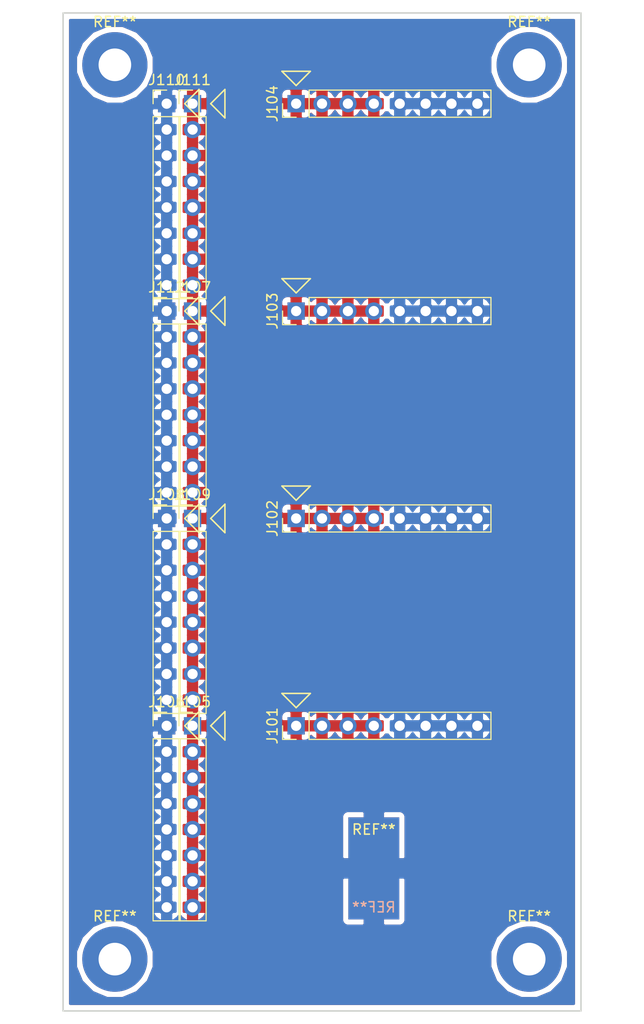
<source format=kicad_pcb>
(kicad_pcb (version 4) (host pcbnew 4.0.7-e2-6376~61~ubuntu18.04.1)

  (general
    (links 96)
    (no_connects 0)
    (area 25.487143 19.05 88.812858 119.380001)
    (thickness 1.6)
    (drawings 4)
    (tracks 0)
    (zones 0)
    (modules 18)
    (nets 3)
  )

  (page A4)
  (layers
    (0 F.Cu signal)
    (31 B.Cu signal)
    (32 B.Adhes user)
    (33 F.Adhes user)
    (34 B.Paste user)
    (35 F.Paste user)
    (36 B.SilkS user)
    (37 F.SilkS user)
    (38 B.Mask user)
    (39 F.Mask user)
    (40 Dwgs.User user)
    (41 Cmts.User user)
    (42 Eco1.User user)
    (43 Eco2.User user)
    (44 Edge.Cuts user)
    (45 Margin user)
    (46 B.CrtYd user)
    (47 F.CrtYd user)
    (48 B.Fab user)
    (49 F.Fab user)
  )

  (setup
    (last_trace_width 2)
    (trace_clearance 0.2)
    (zone_clearance 0.508)
    (zone_45_only no)
    (trace_min 0.2)
    (segment_width 0.2)
    (edge_width 0.15)
    (via_size 0.6)
    (via_drill 0.4)
    (via_min_size 0.4)
    (via_min_drill 0.3)
    (uvia_size 0.3)
    (uvia_drill 0.1)
    (uvias_allowed no)
    (uvia_min_size 0.2)
    (uvia_min_drill 0.1)
    (pcb_text_width 0.3)
    (pcb_text_size 1.5 1.5)
    (mod_edge_width 0.15)
    (mod_text_size 1 1)
    (mod_text_width 0.15)
    (pad_size 5 10)
    (pad_drill 0)
    (pad_to_mask_clearance 0.2)
    (aux_axis_origin 0 0)
    (visible_elements FFFFFF7F)
    (pcbplotparams
      (layerselection 0x010f0_80000001)
      (usegerberextensions false)
      (usegerberattributes true)
      (excludeedgelayer false)
      (linewidth 0.100000)
      (plotframeref false)
      (viasonmask false)
      (mode 1)
      (useauxorigin true)
      (hpglpennumber 1)
      (hpglpenspeed 20)
      (hpglpendiameter 15)
      (hpglpenoverlay 2)
      (psnegative false)
      (psa4output false)
      (plotreference true)
      (plotvalue true)
      (plotinvisibletext false)
      (padsonsilk false)
      (subtractmaskfromsilk false)
      (outputformat 1)
      (mirror false)
      (drillshape 0)
      (scaleselection 1)
      (outputdirectory gerbers/))
  )

  (net 0 "")
  (net 1 VCC)
  (net 2 GND)

  (net_class Default "This is the default net class."
    (clearance 0.2)
    (trace_width 2)
    (via_dia 0.6)
    (via_drill 0.4)
    (uvia_dia 0.3)
    (uvia_drill 0.1)
    (add_net GND)
    (add_net VCC)
  )

  (module footprints:PH_1x8 (layer F.Cu) (tedit 5A5A27BE) (tstamp 5F41352A)
    (at 54.61 90.17 90)
    (descr "Through hole straight pin header, 1x08, 2.54mm pitch, single row")
    (tags "Through hole pin header THT 1x08 2.54mm single row")
    (path /5F413B3B)
    (fp_text reference J101 (at 0 -2.33 90) (layer F.SilkS)
      (effects (font (size 1 1) (thickness 0.15)))
    )
    (fp_text value Conn_01x08 (at 0 20.11 90) (layer F.Fab)
      (effects (font (size 1 1) (thickness 0.15)))
    )
    (fp_line (start 1.778 0) (end 3.175 1.397) (layer F.SilkS) (width 0.15))
    (fp_line (start 3.175 1.397) (end 3.175 -1.397) (layer F.SilkS) (width 0.15))
    (fp_line (start 1.778 0) (end 3.175 -1.397) (layer F.SilkS) (width 0.15))
    (fp_line (start -0.635 -1.27) (end 1.27 -1.27) (layer F.Fab) (width 0.1))
    (fp_line (start 1.27 -1.27) (end 1.27 19.05) (layer F.Fab) (width 0.1))
    (fp_line (start 1.27 19.05) (end -1.27 19.05) (layer F.Fab) (width 0.1))
    (fp_line (start -1.27 19.05) (end -1.27 -0.635) (layer F.Fab) (width 0.1))
    (fp_line (start -1.27 -0.635) (end -0.635 -1.27) (layer F.Fab) (width 0.1))
    (fp_line (start -1.33 19.11) (end 1.33 19.11) (layer F.SilkS) (width 0.12))
    (fp_line (start -1.33 1.27) (end -1.33 19.11) (layer F.SilkS) (width 0.12))
    (fp_line (start 1.33 1.27) (end 1.33 19.11) (layer F.SilkS) (width 0.12))
    (fp_line (start -1.33 1.27) (end 1.33 1.27) (layer F.SilkS) (width 0.12))
    (fp_line (start -1.33 0) (end -1.33 -1.33) (layer F.SilkS) (width 0.12))
    (fp_line (start -1.33 -1.33) (end 0 -1.33) (layer F.SilkS) (width 0.12))
    (fp_line (start -1.8 -1.8) (end -1.8 19.55) (layer F.CrtYd) (width 0.05))
    (fp_line (start -1.8 19.55) (end 1.8 19.55) (layer F.CrtYd) (width 0.05))
    (fp_line (start 1.8 19.55) (end 1.8 -1.8) (layer F.CrtYd) (width 0.05))
    (fp_line (start 1.8 -1.8) (end -1.8 -1.8) (layer F.CrtYd) (width 0.05))
    (fp_text user %R (at 0 8.89 180) (layer F.Fab)
      (effects (font (size 1 1) (thickness 0.15)))
    )
    (pad 1 thru_hole rect (at 0 0 90) (size 1.7 1.7) (drill 1) (layers *.Cu *.Mask)
      (net 1 VCC))
    (pad 2 thru_hole oval (at 0 2.54 90) (size 1.7 1.7) (drill 1) (layers *.Cu *.Mask)
      (net 1 VCC))
    (pad 3 thru_hole oval (at 0 5.08 90) (size 1.7 1.7) (drill 1) (layers *.Cu *.Mask)
      (net 1 VCC))
    (pad 4 thru_hole oval (at 0 7.62 90) (size 1.7 1.7) (drill 1) (layers *.Cu *.Mask)
      (net 1 VCC))
    (pad 5 thru_hole oval (at 0 10.16 90) (size 1.7 1.7) (drill 1) (layers *.Cu *.Mask)
      (net 2 GND))
    (pad 6 thru_hole oval (at 0 12.7 90) (size 1.7 1.7) (drill 1) (layers *.Cu *.Mask)
      (net 2 GND))
    (pad 7 thru_hole oval (at 0 15.24 90) (size 1.7 1.7) (drill 1) (layers *.Cu *.Mask)
      (net 2 GND))
    (pad 8 thru_hole oval (at 0 17.78 90) (size 1.7 1.7) (drill 1) (layers *.Cu *.Mask)
      (net 2 GND))
    (model ${KISYS3DMOD}/Pin_Headers.3dshapes/Pin_Header_Straight_1x08_Pitch2.54mm.wrl
      (at (xyz 0 0 0))
      (scale (xyz 1 1 1))
      (rotate (xyz 0 0 0))
    )
  )

  (module footprints:PH_1x8 (layer F.Cu) (tedit 5A5A27BE) (tstamp 5F413549)
    (at 54.61 69.85 90)
    (descr "Through hole straight pin header, 1x08, 2.54mm pitch, single row")
    (tags "Through hole pin header THT 1x08 2.54mm single row")
    (path /5F413C23)
    (fp_text reference J102 (at 0 -2.33 90) (layer F.SilkS)
      (effects (font (size 1 1) (thickness 0.15)))
    )
    (fp_text value Conn_01x08 (at 0 20.11 90) (layer F.Fab)
      (effects (font (size 1 1) (thickness 0.15)))
    )
    (fp_line (start 1.778 0) (end 3.175 1.397) (layer F.SilkS) (width 0.15))
    (fp_line (start 3.175 1.397) (end 3.175 -1.397) (layer F.SilkS) (width 0.15))
    (fp_line (start 1.778 0) (end 3.175 -1.397) (layer F.SilkS) (width 0.15))
    (fp_line (start -0.635 -1.27) (end 1.27 -1.27) (layer F.Fab) (width 0.1))
    (fp_line (start 1.27 -1.27) (end 1.27 19.05) (layer F.Fab) (width 0.1))
    (fp_line (start 1.27 19.05) (end -1.27 19.05) (layer F.Fab) (width 0.1))
    (fp_line (start -1.27 19.05) (end -1.27 -0.635) (layer F.Fab) (width 0.1))
    (fp_line (start -1.27 -0.635) (end -0.635 -1.27) (layer F.Fab) (width 0.1))
    (fp_line (start -1.33 19.11) (end 1.33 19.11) (layer F.SilkS) (width 0.12))
    (fp_line (start -1.33 1.27) (end -1.33 19.11) (layer F.SilkS) (width 0.12))
    (fp_line (start 1.33 1.27) (end 1.33 19.11) (layer F.SilkS) (width 0.12))
    (fp_line (start -1.33 1.27) (end 1.33 1.27) (layer F.SilkS) (width 0.12))
    (fp_line (start -1.33 0) (end -1.33 -1.33) (layer F.SilkS) (width 0.12))
    (fp_line (start -1.33 -1.33) (end 0 -1.33) (layer F.SilkS) (width 0.12))
    (fp_line (start -1.8 -1.8) (end -1.8 19.55) (layer F.CrtYd) (width 0.05))
    (fp_line (start -1.8 19.55) (end 1.8 19.55) (layer F.CrtYd) (width 0.05))
    (fp_line (start 1.8 19.55) (end 1.8 -1.8) (layer F.CrtYd) (width 0.05))
    (fp_line (start 1.8 -1.8) (end -1.8 -1.8) (layer F.CrtYd) (width 0.05))
    (fp_text user %R (at 0 8.89 180) (layer F.Fab)
      (effects (font (size 1 1) (thickness 0.15)))
    )
    (pad 1 thru_hole rect (at 0 0 90) (size 1.7 1.7) (drill 1) (layers *.Cu *.Mask)
      (net 1 VCC))
    (pad 2 thru_hole oval (at 0 2.54 90) (size 1.7 1.7) (drill 1) (layers *.Cu *.Mask)
      (net 1 VCC))
    (pad 3 thru_hole oval (at 0 5.08 90) (size 1.7 1.7) (drill 1) (layers *.Cu *.Mask)
      (net 1 VCC))
    (pad 4 thru_hole oval (at 0 7.62 90) (size 1.7 1.7) (drill 1) (layers *.Cu *.Mask)
      (net 1 VCC))
    (pad 5 thru_hole oval (at 0 10.16 90) (size 1.7 1.7) (drill 1) (layers *.Cu *.Mask)
      (net 2 GND))
    (pad 6 thru_hole oval (at 0 12.7 90) (size 1.7 1.7) (drill 1) (layers *.Cu *.Mask)
      (net 2 GND))
    (pad 7 thru_hole oval (at 0 15.24 90) (size 1.7 1.7) (drill 1) (layers *.Cu *.Mask)
      (net 2 GND))
    (pad 8 thru_hole oval (at 0 17.78 90) (size 1.7 1.7) (drill 1) (layers *.Cu *.Mask)
      (net 2 GND))
    (model ${KISYS3DMOD}/Pin_Headers.3dshapes/Pin_Header_Straight_1x08_Pitch2.54mm.wrl
      (at (xyz 0 0 0))
      (scale (xyz 1 1 1))
      (rotate (xyz 0 0 0))
    )
  )

  (module footprints:PH_1x8 (layer F.Cu) (tedit 5A5A27BE) (tstamp 5F413568)
    (at 54.61 49.53 90)
    (descr "Through hole straight pin header, 1x08, 2.54mm pitch, single row")
    (tags "Through hole pin header THT 1x08 2.54mm single row")
    (path /5F413E30)
    (fp_text reference J103 (at 0 -2.33 90) (layer F.SilkS)
      (effects (font (size 1 1) (thickness 0.15)))
    )
    (fp_text value Conn_01x08 (at 0 20.11 90) (layer F.Fab)
      (effects (font (size 1 1) (thickness 0.15)))
    )
    (fp_line (start 1.778 0) (end 3.175 1.397) (layer F.SilkS) (width 0.15))
    (fp_line (start 3.175 1.397) (end 3.175 -1.397) (layer F.SilkS) (width 0.15))
    (fp_line (start 1.778 0) (end 3.175 -1.397) (layer F.SilkS) (width 0.15))
    (fp_line (start -0.635 -1.27) (end 1.27 -1.27) (layer F.Fab) (width 0.1))
    (fp_line (start 1.27 -1.27) (end 1.27 19.05) (layer F.Fab) (width 0.1))
    (fp_line (start 1.27 19.05) (end -1.27 19.05) (layer F.Fab) (width 0.1))
    (fp_line (start -1.27 19.05) (end -1.27 -0.635) (layer F.Fab) (width 0.1))
    (fp_line (start -1.27 -0.635) (end -0.635 -1.27) (layer F.Fab) (width 0.1))
    (fp_line (start -1.33 19.11) (end 1.33 19.11) (layer F.SilkS) (width 0.12))
    (fp_line (start -1.33 1.27) (end -1.33 19.11) (layer F.SilkS) (width 0.12))
    (fp_line (start 1.33 1.27) (end 1.33 19.11) (layer F.SilkS) (width 0.12))
    (fp_line (start -1.33 1.27) (end 1.33 1.27) (layer F.SilkS) (width 0.12))
    (fp_line (start -1.33 0) (end -1.33 -1.33) (layer F.SilkS) (width 0.12))
    (fp_line (start -1.33 -1.33) (end 0 -1.33) (layer F.SilkS) (width 0.12))
    (fp_line (start -1.8 -1.8) (end -1.8 19.55) (layer F.CrtYd) (width 0.05))
    (fp_line (start -1.8 19.55) (end 1.8 19.55) (layer F.CrtYd) (width 0.05))
    (fp_line (start 1.8 19.55) (end 1.8 -1.8) (layer F.CrtYd) (width 0.05))
    (fp_line (start 1.8 -1.8) (end -1.8 -1.8) (layer F.CrtYd) (width 0.05))
    (fp_text user %R (at 0 8.89 180) (layer F.Fab)
      (effects (font (size 1 1) (thickness 0.15)))
    )
    (pad 1 thru_hole rect (at 0 0 90) (size 1.7 1.7) (drill 1) (layers *.Cu *.Mask)
      (net 1 VCC))
    (pad 2 thru_hole oval (at 0 2.54 90) (size 1.7 1.7) (drill 1) (layers *.Cu *.Mask)
      (net 1 VCC))
    (pad 3 thru_hole oval (at 0 5.08 90) (size 1.7 1.7) (drill 1) (layers *.Cu *.Mask)
      (net 1 VCC))
    (pad 4 thru_hole oval (at 0 7.62 90) (size 1.7 1.7) (drill 1) (layers *.Cu *.Mask)
      (net 1 VCC))
    (pad 5 thru_hole oval (at 0 10.16 90) (size 1.7 1.7) (drill 1) (layers *.Cu *.Mask)
      (net 2 GND))
    (pad 6 thru_hole oval (at 0 12.7 90) (size 1.7 1.7) (drill 1) (layers *.Cu *.Mask)
      (net 2 GND))
    (pad 7 thru_hole oval (at 0 15.24 90) (size 1.7 1.7) (drill 1) (layers *.Cu *.Mask)
      (net 2 GND))
    (pad 8 thru_hole oval (at 0 17.78 90) (size 1.7 1.7) (drill 1) (layers *.Cu *.Mask)
      (net 2 GND))
    (model ${KISYS3DMOD}/Pin_Headers.3dshapes/Pin_Header_Straight_1x08_Pitch2.54mm.wrl
      (at (xyz 0 0 0))
      (scale (xyz 1 1 1))
      (rotate (xyz 0 0 0))
    )
  )

  (module footprints:PH_1x8 (layer F.Cu) (tedit 5A5A27BE) (tstamp 5F413587)
    (at 54.61 29.21 90)
    (descr "Through hole straight pin header, 1x08, 2.54mm pitch, single row")
    (tags "Through hole pin header THT 1x08 2.54mm single row")
    (path /5F413E7F)
    (fp_text reference J104 (at 0 -2.33 90) (layer F.SilkS)
      (effects (font (size 1 1) (thickness 0.15)))
    )
    (fp_text value Conn_01x08 (at 0 20.11 90) (layer F.Fab)
      (effects (font (size 1 1) (thickness 0.15)))
    )
    (fp_line (start 1.778 0) (end 3.175 1.397) (layer F.SilkS) (width 0.15))
    (fp_line (start 3.175 1.397) (end 3.175 -1.397) (layer F.SilkS) (width 0.15))
    (fp_line (start 1.778 0) (end 3.175 -1.397) (layer F.SilkS) (width 0.15))
    (fp_line (start -0.635 -1.27) (end 1.27 -1.27) (layer F.Fab) (width 0.1))
    (fp_line (start 1.27 -1.27) (end 1.27 19.05) (layer F.Fab) (width 0.1))
    (fp_line (start 1.27 19.05) (end -1.27 19.05) (layer F.Fab) (width 0.1))
    (fp_line (start -1.27 19.05) (end -1.27 -0.635) (layer F.Fab) (width 0.1))
    (fp_line (start -1.27 -0.635) (end -0.635 -1.27) (layer F.Fab) (width 0.1))
    (fp_line (start -1.33 19.11) (end 1.33 19.11) (layer F.SilkS) (width 0.12))
    (fp_line (start -1.33 1.27) (end -1.33 19.11) (layer F.SilkS) (width 0.12))
    (fp_line (start 1.33 1.27) (end 1.33 19.11) (layer F.SilkS) (width 0.12))
    (fp_line (start -1.33 1.27) (end 1.33 1.27) (layer F.SilkS) (width 0.12))
    (fp_line (start -1.33 0) (end -1.33 -1.33) (layer F.SilkS) (width 0.12))
    (fp_line (start -1.33 -1.33) (end 0 -1.33) (layer F.SilkS) (width 0.12))
    (fp_line (start -1.8 -1.8) (end -1.8 19.55) (layer F.CrtYd) (width 0.05))
    (fp_line (start -1.8 19.55) (end 1.8 19.55) (layer F.CrtYd) (width 0.05))
    (fp_line (start 1.8 19.55) (end 1.8 -1.8) (layer F.CrtYd) (width 0.05))
    (fp_line (start 1.8 -1.8) (end -1.8 -1.8) (layer F.CrtYd) (width 0.05))
    (fp_text user %R (at 0 8.89 180) (layer F.Fab)
      (effects (font (size 1 1) (thickness 0.15)))
    )
    (pad 1 thru_hole rect (at 0 0 90) (size 1.7 1.7) (drill 1) (layers *.Cu *.Mask)
      (net 1 VCC))
    (pad 2 thru_hole oval (at 0 2.54 90) (size 1.7 1.7) (drill 1) (layers *.Cu *.Mask)
      (net 1 VCC))
    (pad 3 thru_hole oval (at 0 5.08 90) (size 1.7 1.7) (drill 1) (layers *.Cu *.Mask)
      (net 1 VCC))
    (pad 4 thru_hole oval (at 0 7.62 90) (size 1.7 1.7) (drill 1) (layers *.Cu *.Mask)
      (net 1 VCC))
    (pad 5 thru_hole oval (at 0 10.16 90) (size 1.7 1.7) (drill 1) (layers *.Cu *.Mask)
      (net 2 GND))
    (pad 6 thru_hole oval (at 0 12.7 90) (size 1.7 1.7) (drill 1) (layers *.Cu *.Mask)
      (net 2 GND))
    (pad 7 thru_hole oval (at 0 15.24 90) (size 1.7 1.7) (drill 1) (layers *.Cu *.Mask)
      (net 2 GND))
    (pad 8 thru_hole oval (at 0 17.78 90) (size 1.7 1.7) (drill 1) (layers *.Cu *.Mask)
      (net 2 GND))
    (model ${KISYS3DMOD}/Pin_Headers.3dshapes/Pin_Header_Straight_1x08_Pitch2.54mm.wrl
      (at (xyz 0 0 0))
      (scale (xyz 1 1 1))
      (rotate (xyz 0 0 0))
    )
  )

  (module footprints:PH_1x8 (layer F.Cu) (tedit 5A5A27BE) (tstamp 5F4135A6)
    (at 44.45 90.17)
    (descr "Through hole straight pin header, 1x08, 2.54mm pitch, single row")
    (tags "Through hole pin header THT 1x08 2.54mm single row")
    (path /5F413C82)
    (fp_text reference J105 (at 0 -2.33) (layer F.SilkS)
      (effects (font (size 1 1) (thickness 0.15)))
    )
    (fp_text value Conn_01x08 (at 0 20.11) (layer F.Fab)
      (effects (font (size 1 1) (thickness 0.15)))
    )
    (fp_line (start 1.778 0) (end 3.175 1.397) (layer F.SilkS) (width 0.15))
    (fp_line (start 3.175 1.397) (end 3.175 -1.397) (layer F.SilkS) (width 0.15))
    (fp_line (start 1.778 0) (end 3.175 -1.397) (layer F.SilkS) (width 0.15))
    (fp_line (start -0.635 -1.27) (end 1.27 -1.27) (layer F.Fab) (width 0.1))
    (fp_line (start 1.27 -1.27) (end 1.27 19.05) (layer F.Fab) (width 0.1))
    (fp_line (start 1.27 19.05) (end -1.27 19.05) (layer F.Fab) (width 0.1))
    (fp_line (start -1.27 19.05) (end -1.27 -0.635) (layer F.Fab) (width 0.1))
    (fp_line (start -1.27 -0.635) (end -0.635 -1.27) (layer F.Fab) (width 0.1))
    (fp_line (start -1.33 19.11) (end 1.33 19.11) (layer F.SilkS) (width 0.12))
    (fp_line (start -1.33 1.27) (end -1.33 19.11) (layer F.SilkS) (width 0.12))
    (fp_line (start 1.33 1.27) (end 1.33 19.11) (layer F.SilkS) (width 0.12))
    (fp_line (start -1.33 1.27) (end 1.33 1.27) (layer F.SilkS) (width 0.12))
    (fp_line (start -1.33 0) (end -1.33 -1.33) (layer F.SilkS) (width 0.12))
    (fp_line (start -1.33 -1.33) (end 0 -1.33) (layer F.SilkS) (width 0.12))
    (fp_line (start -1.8 -1.8) (end -1.8 19.55) (layer F.CrtYd) (width 0.05))
    (fp_line (start -1.8 19.55) (end 1.8 19.55) (layer F.CrtYd) (width 0.05))
    (fp_line (start 1.8 19.55) (end 1.8 -1.8) (layer F.CrtYd) (width 0.05))
    (fp_line (start 1.8 -1.8) (end -1.8 -1.8) (layer F.CrtYd) (width 0.05))
    (fp_text user %R (at 0 8.89 90) (layer F.Fab)
      (effects (font (size 1 1) (thickness 0.15)))
    )
    (pad 1 thru_hole rect (at 0 0) (size 1.7 1.7) (drill 1) (layers *.Cu *.Mask)
      (net 1 VCC))
    (pad 2 thru_hole oval (at 0 2.54) (size 1.7 1.7) (drill 1) (layers *.Cu *.Mask)
      (net 1 VCC))
    (pad 3 thru_hole oval (at 0 5.08) (size 1.7 1.7) (drill 1) (layers *.Cu *.Mask)
      (net 1 VCC))
    (pad 4 thru_hole oval (at 0 7.62) (size 1.7 1.7) (drill 1) (layers *.Cu *.Mask)
      (net 1 VCC))
    (pad 5 thru_hole oval (at 0 10.16) (size 1.7 1.7) (drill 1) (layers *.Cu *.Mask)
      (net 1 VCC))
    (pad 6 thru_hole oval (at 0 12.7) (size 1.7 1.7) (drill 1) (layers *.Cu *.Mask)
      (net 1 VCC))
    (pad 7 thru_hole oval (at 0 15.24) (size 1.7 1.7) (drill 1) (layers *.Cu *.Mask)
      (net 1 VCC))
    (pad 8 thru_hole oval (at 0 17.78) (size 1.7 1.7) (drill 1) (layers *.Cu *.Mask)
      (net 1 VCC))
    (model ${KISYS3DMOD}/Pin_Headers.3dshapes/Pin_Header_Straight_1x08_Pitch2.54mm.wrl
      (at (xyz 0 0 0))
      (scale (xyz 1 1 1))
      (rotate (xyz 0 0 0))
    )
  )

  (module footprints:PH_1x8 (layer F.Cu) (tedit 5A5A27BE) (tstamp 5F4135C5)
    (at 41.91 90.17)
    (descr "Through hole straight pin header, 1x08, 2.54mm pitch, single row")
    (tags "Through hole pin header THT 1x08 2.54mm single row")
    (path /5F413CAB)
    (fp_text reference J106 (at 0 -2.33) (layer F.SilkS)
      (effects (font (size 1 1) (thickness 0.15)))
    )
    (fp_text value Conn_01x08 (at 0 20.11) (layer F.Fab)
      (effects (font (size 1 1) (thickness 0.15)))
    )
    (fp_line (start 1.778 0) (end 3.175 1.397) (layer F.SilkS) (width 0.15))
    (fp_line (start 3.175 1.397) (end 3.175 -1.397) (layer F.SilkS) (width 0.15))
    (fp_line (start 1.778 0) (end 3.175 -1.397) (layer F.SilkS) (width 0.15))
    (fp_line (start -0.635 -1.27) (end 1.27 -1.27) (layer F.Fab) (width 0.1))
    (fp_line (start 1.27 -1.27) (end 1.27 19.05) (layer F.Fab) (width 0.1))
    (fp_line (start 1.27 19.05) (end -1.27 19.05) (layer F.Fab) (width 0.1))
    (fp_line (start -1.27 19.05) (end -1.27 -0.635) (layer F.Fab) (width 0.1))
    (fp_line (start -1.27 -0.635) (end -0.635 -1.27) (layer F.Fab) (width 0.1))
    (fp_line (start -1.33 19.11) (end 1.33 19.11) (layer F.SilkS) (width 0.12))
    (fp_line (start -1.33 1.27) (end -1.33 19.11) (layer F.SilkS) (width 0.12))
    (fp_line (start 1.33 1.27) (end 1.33 19.11) (layer F.SilkS) (width 0.12))
    (fp_line (start -1.33 1.27) (end 1.33 1.27) (layer F.SilkS) (width 0.12))
    (fp_line (start -1.33 0) (end -1.33 -1.33) (layer F.SilkS) (width 0.12))
    (fp_line (start -1.33 -1.33) (end 0 -1.33) (layer F.SilkS) (width 0.12))
    (fp_line (start -1.8 -1.8) (end -1.8 19.55) (layer F.CrtYd) (width 0.05))
    (fp_line (start -1.8 19.55) (end 1.8 19.55) (layer F.CrtYd) (width 0.05))
    (fp_line (start 1.8 19.55) (end 1.8 -1.8) (layer F.CrtYd) (width 0.05))
    (fp_line (start 1.8 -1.8) (end -1.8 -1.8) (layer F.CrtYd) (width 0.05))
    (fp_text user %R (at 0 8.89 90) (layer F.Fab)
      (effects (font (size 1 1) (thickness 0.15)))
    )
    (pad 1 thru_hole rect (at 0 0) (size 1.7 1.7) (drill 1) (layers *.Cu *.Mask)
      (net 2 GND))
    (pad 2 thru_hole oval (at 0 2.54) (size 1.7 1.7) (drill 1) (layers *.Cu *.Mask)
      (net 2 GND))
    (pad 3 thru_hole oval (at 0 5.08) (size 1.7 1.7) (drill 1) (layers *.Cu *.Mask)
      (net 2 GND))
    (pad 4 thru_hole oval (at 0 7.62) (size 1.7 1.7) (drill 1) (layers *.Cu *.Mask)
      (net 2 GND))
    (pad 5 thru_hole oval (at 0 10.16) (size 1.7 1.7) (drill 1) (layers *.Cu *.Mask)
      (net 2 GND))
    (pad 6 thru_hole oval (at 0 12.7) (size 1.7 1.7) (drill 1) (layers *.Cu *.Mask)
      (net 2 GND))
    (pad 7 thru_hole oval (at 0 15.24) (size 1.7 1.7) (drill 1) (layers *.Cu *.Mask)
      (net 2 GND))
    (pad 8 thru_hole oval (at 0 17.78) (size 1.7 1.7) (drill 1) (layers *.Cu *.Mask)
      (net 2 GND))
    (model ${KISYS3DMOD}/Pin_Headers.3dshapes/Pin_Header_Straight_1x08_Pitch2.54mm.wrl
      (at (xyz 0 0 0))
      (scale (xyz 1 1 1))
      (rotate (xyz 0 0 0))
    )
  )

  (module footprints:PH_1x8 (layer F.Cu) (tedit 5A5A27BE) (tstamp 5F4135E4)
    (at 44.45 49.53)
    (descr "Through hole straight pin header, 1x08, 2.54mm pitch, single row")
    (tags "Through hole pin header THT 1x08 2.54mm single row")
    (path /5F413CD4)
    (fp_text reference J107 (at 0 -2.33) (layer F.SilkS)
      (effects (font (size 1 1) (thickness 0.15)))
    )
    (fp_text value Conn_01x08 (at 0 20.11) (layer F.Fab)
      (effects (font (size 1 1) (thickness 0.15)))
    )
    (fp_line (start 1.778 0) (end 3.175 1.397) (layer F.SilkS) (width 0.15))
    (fp_line (start 3.175 1.397) (end 3.175 -1.397) (layer F.SilkS) (width 0.15))
    (fp_line (start 1.778 0) (end 3.175 -1.397) (layer F.SilkS) (width 0.15))
    (fp_line (start -0.635 -1.27) (end 1.27 -1.27) (layer F.Fab) (width 0.1))
    (fp_line (start 1.27 -1.27) (end 1.27 19.05) (layer F.Fab) (width 0.1))
    (fp_line (start 1.27 19.05) (end -1.27 19.05) (layer F.Fab) (width 0.1))
    (fp_line (start -1.27 19.05) (end -1.27 -0.635) (layer F.Fab) (width 0.1))
    (fp_line (start -1.27 -0.635) (end -0.635 -1.27) (layer F.Fab) (width 0.1))
    (fp_line (start -1.33 19.11) (end 1.33 19.11) (layer F.SilkS) (width 0.12))
    (fp_line (start -1.33 1.27) (end -1.33 19.11) (layer F.SilkS) (width 0.12))
    (fp_line (start 1.33 1.27) (end 1.33 19.11) (layer F.SilkS) (width 0.12))
    (fp_line (start -1.33 1.27) (end 1.33 1.27) (layer F.SilkS) (width 0.12))
    (fp_line (start -1.33 0) (end -1.33 -1.33) (layer F.SilkS) (width 0.12))
    (fp_line (start -1.33 -1.33) (end 0 -1.33) (layer F.SilkS) (width 0.12))
    (fp_line (start -1.8 -1.8) (end -1.8 19.55) (layer F.CrtYd) (width 0.05))
    (fp_line (start -1.8 19.55) (end 1.8 19.55) (layer F.CrtYd) (width 0.05))
    (fp_line (start 1.8 19.55) (end 1.8 -1.8) (layer F.CrtYd) (width 0.05))
    (fp_line (start 1.8 -1.8) (end -1.8 -1.8) (layer F.CrtYd) (width 0.05))
    (fp_text user %R (at 0 8.89 90) (layer F.Fab)
      (effects (font (size 1 1) (thickness 0.15)))
    )
    (pad 1 thru_hole rect (at 0 0) (size 1.7 1.7) (drill 1) (layers *.Cu *.Mask)
      (net 1 VCC))
    (pad 2 thru_hole oval (at 0 2.54) (size 1.7 1.7) (drill 1) (layers *.Cu *.Mask)
      (net 1 VCC))
    (pad 3 thru_hole oval (at 0 5.08) (size 1.7 1.7) (drill 1) (layers *.Cu *.Mask)
      (net 1 VCC))
    (pad 4 thru_hole oval (at 0 7.62) (size 1.7 1.7) (drill 1) (layers *.Cu *.Mask)
      (net 1 VCC))
    (pad 5 thru_hole oval (at 0 10.16) (size 1.7 1.7) (drill 1) (layers *.Cu *.Mask)
      (net 1 VCC))
    (pad 6 thru_hole oval (at 0 12.7) (size 1.7 1.7) (drill 1) (layers *.Cu *.Mask)
      (net 1 VCC))
    (pad 7 thru_hole oval (at 0 15.24) (size 1.7 1.7) (drill 1) (layers *.Cu *.Mask)
      (net 1 VCC))
    (pad 8 thru_hole oval (at 0 17.78) (size 1.7 1.7) (drill 1) (layers *.Cu *.Mask)
      (net 1 VCC))
    (model ${KISYS3DMOD}/Pin_Headers.3dshapes/Pin_Header_Straight_1x08_Pitch2.54mm.wrl
      (at (xyz 0 0 0))
      (scale (xyz 1 1 1))
      (rotate (xyz 0 0 0))
    )
  )

  (module footprints:PH_1x8 (layer F.Cu) (tedit 5A5A27BE) (tstamp 5F413603)
    (at 41.91 69.85)
    (descr "Through hole straight pin header, 1x08, 2.54mm pitch, single row")
    (tags "Through hole pin header THT 1x08 2.54mm single row")
    (path /5F413D3F)
    (fp_text reference J108 (at 0 -2.33) (layer F.SilkS)
      (effects (font (size 1 1) (thickness 0.15)))
    )
    (fp_text value Conn_01x08 (at 0 20.11) (layer F.Fab)
      (effects (font (size 1 1) (thickness 0.15)))
    )
    (fp_line (start 1.778 0) (end 3.175 1.397) (layer F.SilkS) (width 0.15))
    (fp_line (start 3.175 1.397) (end 3.175 -1.397) (layer F.SilkS) (width 0.15))
    (fp_line (start 1.778 0) (end 3.175 -1.397) (layer F.SilkS) (width 0.15))
    (fp_line (start -0.635 -1.27) (end 1.27 -1.27) (layer F.Fab) (width 0.1))
    (fp_line (start 1.27 -1.27) (end 1.27 19.05) (layer F.Fab) (width 0.1))
    (fp_line (start 1.27 19.05) (end -1.27 19.05) (layer F.Fab) (width 0.1))
    (fp_line (start -1.27 19.05) (end -1.27 -0.635) (layer F.Fab) (width 0.1))
    (fp_line (start -1.27 -0.635) (end -0.635 -1.27) (layer F.Fab) (width 0.1))
    (fp_line (start -1.33 19.11) (end 1.33 19.11) (layer F.SilkS) (width 0.12))
    (fp_line (start -1.33 1.27) (end -1.33 19.11) (layer F.SilkS) (width 0.12))
    (fp_line (start 1.33 1.27) (end 1.33 19.11) (layer F.SilkS) (width 0.12))
    (fp_line (start -1.33 1.27) (end 1.33 1.27) (layer F.SilkS) (width 0.12))
    (fp_line (start -1.33 0) (end -1.33 -1.33) (layer F.SilkS) (width 0.12))
    (fp_line (start -1.33 -1.33) (end 0 -1.33) (layer F.SilkS) (width 0.12))
    (fp_line (start -1.8 -1.8) (end -1.8 19.55) (layer F.CrtYd) (width 0.05))
    (fp_line (start -1.8 19.55) (end 1.8 19.55) (layer F.CrtYd) (width 0.05))
    (fp_line (start 1.8 19.55) (end 1.8 -1.8) (layer F.CrtYd) (width 0.05))
    (fp_line (start 1.8 -1.8) (end -1.8 -1.8) (layer F.CrtYd) (width 0.05))
    (fp_text user %R (at 0 8.89 90) (layer F.Fab)
      (effects (font (size 1 1) (thickness 0.15)))
    )
    (pad 1 thru_hole rect (at 0 0) (size 1.7 1.7) (drill 1) (layers *.Cu *.Mask)
      (net 2 GND))
    (pad 2 thru_hole oval (at 0 2.54) (size 1.7 1.7) (drill 1) (layers *.Cu *.Mask)
      (net 2 GND))
    (pad 3 thru_hole oval (at 0 5.08) (size 1.7 1.7) (drill 1) (layers *.Cu *.Mask)
      (net 2 GND))
    (pad 4 thru_hole oval (at 0 7.62) (size 1.7 1.7) (drill 1) (layers *.Cu *.Mask)
      (net 2 GND))
    (pad 5 thru_hole oval (at 0 10.16) (size 1.7 1.7) (drill 1) (layers *.Cu *.Mask)
      (net 2 GND))
    (pad 6 thru_hole oval (at 0 12.7) (size 1.7 1.7) (drill 1) (layers *.Cu *.Mask)
      (net 2 GND))
    (pad 7 thru_hole oval (at 0 15.24) (size 1.7 1.7) (drill 1) (layers *.Cu *.Mask)
      (net 2 GND))
    (pad 8 thru_hole oval (at 0 17.78) (size 1.7 1.7) (drill 1) (layers *.Cu *.Mask)
      (net 2 GND))
    (model ${KISYS3DMOD}/Pin_Headers.3dshapes/Pin_Header_Straight_1x08_Pitch2.54mm.wrl
      (at (xyz 0 0 0))
      (scale (xyz 1 1 1))
      (rotate (xyz 0 0 0))
    )
  )

  (module footprints:PH_1x8 (layer F.Cu) (tedit 5A5A27BE) (tstamp 5F413622)
    (at 44.45 69.85)
    (descr "Through hole straight pin header, 1x08, 2.54mm pitch, single row")
    (tags "Through hole pin header THT 1x08 2.54mm single row")
    (path /5F413EDE)
    (fp_text reference J109 (at 0 -2.33) (layer F.SilkS)
      (effects (font (size 1 1) (thickness 0.15)))
    )
    (fp_text value Conn_01x08 (at 0 20.11) (layer F.Fab)
      (effects (font (size 1 1) (thickness 0.15)))
    )
    (fp_line (start 1.778 0) (end 3.175 1.397) (layer F.SilkS) (width 0.15))
    (fp_line (start 3.175 1.397) (end 3.175 -1.397) (layer F.SilkS) (width 0.15))
    (fp_line (start 1.778 0) (end 3.175 -1.397) (layer F.SilkS) (width 0.15))
    (fp_line (start -0.635 -1.27) (end 1.27 -1.27) (layer F.Fab) (width 0.1))
    (fp_line (start 1.27 -1.27) (end 1.27 19.05) (layer F.Fab) (width 0.1))
    (fp_line (start 1.27 19.05) (end -1.27 19.05) (layer F.Fab) (width 0.1))
    (fp_line (start -1.27 19.05) (end -1.27 -0.635) (layer F.Fab) (width 0.1))
    (fp_line (start -1.27 -0.635) (end -0.635 -1.27) (layer F.Fab) (width 0.1))
    (fp_line (start -1.33 19.11) (end 1.33 19.11) (layer F.SilkS) (width 0.12))
    (fp_line (start -1.33 1.27) (end -1.33 19.11) (layer F.SilkS) (width 0.12))
    (fp_line (start 1.33 1.27) (end 1.33 19.11) (layer F.SilkS) (width 0.12))
    (fp_line (start -1.33 1.27) (end 1.33 1.27) (layer F.SilkS) (width 0.12))
    (fp_line (start -1.33 0) (end -1.33 -1.33) (layer F.SilkS) (width 0.12))
    (fp_line (start -1.33 -1.33) (end 0 -1.33) (layer F.SilkS) (width 0.12))
    (fp_line (start -1.8 -1.8) (end -1.8 19.55) (layer F.CrtYd) (width 0.05))
    (fp_line (start -1.8 19.55) (end 1.8 19.55) (layer F.CrtYd) (width 0.05))
    (fp_line (start 1.8 19.55) (end 1.8 -1.8) (layer F.CrtYd) (width 0.05))
    (fp_line (start 1.8 -1.8) (end -1.8 -1.8) (layer F.CrtYd) (width 0.05))
    (fp_text user %R (at 0 8.89 90) (layer F.Fab)
      (effects (font (size 1 1) (thickness 0.15)))
    )
    (pad 1 thru_hole rect (at 0 0) (size 1.7 1.7) (drill 1) (layers *.Cu *.Mask)
      (net 1 VCC))
    (pad 2 thru_hole oval (at 0 2.54) (size 1.7 1.7) (drill 1) (layers *.Cu *.Mask)
      (net 1 VCC))
    (pad 3 thru_hole oval (at 0 5.08) (size 1.7 1.7) (drill 1) (layers *.Cu *.Mask)
      (net 1 VCC))
    (pad 4 thru_hole oval (at 0 7.62) (size 1.7 1.7) (drill 1) (layers *.Cu *.Mask)
      (net 1 VCC))
    (pad 5 thru_hole oval (at 0 10.16) (size 1.7 1.7) (drill 1) (layers *.Cu *.Mask)
      (net 1 VCC))
    (pad 6 thru_hole oval (at 0 12.7) (size 1.7 1.7) (drill 1) (layers *.Cu *.Mask)
      (net 1 VCC))
    (pad 7 thru_hole oval (at 0 15.24) (size 1.7 1.7) (drill 1) (layers *.Cu *.Mask)
      (net 1 VCC))
    (pad 8 thru_hole oval (at 0 17.78) (size 1.7 1.7) (drill 1) (layers *.Cu *.Mask)
      (net 1 VCC))
    (model ${KISYS3DMOD}/Pin_Headers.3dshapes/Pin_Header_Straight_1x08_Pitch2.54mm.wrl
      (at (xyz 0 0 0))
      (scale (xyz 1 1 1))
      (rotate (xyz 0 0 0))
    )
  )

  (module footprints:PH_1x8 (layer F.Cu) (tedit 5A5A27BE) (tstamp 5F413641)
    (at 41.91 29.21)
    (descr "Through hole straight pin header, 1x08, 2.54mm pitch, single row")
    (tags "Through hole pin header THT 1x08 2.54mm single row")
    (path /5F413F33)
    (fp_text reference J110 (at 0 -2.33) (layer F.SilkS)
      (effects (font (size 1 1) (thickness 0.15)))
    )
    (fp_text value Conn_01x08 (at 0 20.11) (layer F.Fab)
      (effects (font (size 1 1) (thickness 0.15)))
    )
    (fp_line (start 1.778 0) (end 3.175 1.397) (layer F.SilkS) (width 0.15))
    (fp_line (start 3.175 1.397) (end 3.175 -1.397) (layer F.SilkS) (width 0.15))
    (fp_line (start 1.778 0) (end 3.175 -1.397) (layer F.SilkS) (width 0.15))
    (fp_line (start -0.635 -1.27) (end 1.27 -1.27) (layer F.Fab) (width 0.1))
    (fp_line (start 1.27 -1.27) (end 1.27 19.05) (layer F.Fab) (width 0.1))
    (fp_line (start 1.27 19.05) (end -1.27 19.05) (layer F.Fab) (width 0.1))
    (fp_line (start -1.27 19.05) (end -1.27 -0.635) (layer F.Fab) (width 0.1))
    (fp_line (start -1.27 -0.635) (end -0.635 -1.27) (layer F.Fab) (width 0.1))
    (fp_line (start -1.33 19.11) (end 1.33 19.11) (layer F.SilkS) (width 0.12))
    (fp_line (start -1.33 1.27) (end -1.33 19.11) (layer F.SilkS) (width 0.12))
    (fp_line (start 1.33 1.27) (end 1.33 19.11) (layer F.SilkS) (width 0.12))
    (fp_line (start -1.33 1.27) (end 1.33 1.27) (layer F.SilkS) (width 0.12))
    (fp_line (start -1.33 0) (end -1.33 -1.33) (layer F.SilkS) (width 0.12))
    (fp_line (start -1.33 -1.33) (end 0 -1.33) (layer F.SilkS) (width 0.12))
    (fp_line (start -1.8 -1.8) (end -1.8 19.55) (layer F.CrtYd) (width 0.05))
    (fp_line (start -1.8 19.55) (end 1.8 19.55) (layer F.CrtYd) (width 0.05))
    (fp_line (start 1.8 19.55) (end 1.8 -1.8) (layer F.CrtYd) (width 0.05))
    (fp_line (start 1.8 -1.8) (end -1.8 -1.8) (layer F.CrtYd) (width 0.05))
    (fp_text user %R (at 0 8.89 90) (layer F.Fab)
      (effects (font (size 1 1) (thickness 0.15)))
    )
    (pad 1 thru_hole rect (at 0 0) (size 1.7 1.7) (drill 1) (layers *.Cu *.Mask)
      (net 2 GND))
    (pad 2 thru_hole oval (at 0 2.54) (size 1.7 1.7) (drill 1) (layers *.Cu *.Mask)
      (net 2 GND))
    (pad 3 thru_hole oval (at 0 5.08) (size 1.7 1.7) (drill 1) (layers *.Cu *.Mask)
      (net 2 GND))
    (pad 4 thru_hole oval (at 0 7.62) (size 1.7 1.7) (drill 1) (layers *.Cu *.Mask)
      (net 2 GND))
    (pad 5 thru_hole oval (at 0 10.16) (size 1.7 1.7) (drill 1) (layers *.Cu *.Mask)
      (net 2 GND))
    (pad 6 thru_hole oval (at 0 12.7) (size 1.7 1.7) (drill 1) (layers *.Cu *.Mask)
      (net 2 GND))
    (pad 7 thru_hole oval (at 0 15.24) (size 1.7 1.7) (drill 1) (layers *.Cu *.Mask)
      (net 2 GND))
    (pad 8 thru_hole oval (at 0 17.78) (size 1.7 1.7) (drill 1) (layers *.Cu *.Mask)
      (net 2 GND))
    (model ${KISYS3DMOD}/Pin_Headers.3dshapes/Pin_Header_Straight_1x08_Pitch2.54mm.wrl
      (at (xyz 0 0 0))
      (scale (xyz 1 1 1))
      (rotate (xyz 0 0 0))
    )
  )

  (module footprints:PH_1x8 (layer F.Cu) (tedit 5A5A27BE) (tstamp 5F413660)
    (at 44.45 29.21)
    (descr "Through hole straight pin header, 1x08, 2.54mm pitch, single row")
    (tags "Through hole pin header THT 1x08 2.54mm single row")
    (path /5F413F7C)
    (fp_text reference J111 (at 0 -2.33) (layer F.SilkS)
      (effects (font (size 1 1) (thickness 0.15)))
    )
    (fp_text value Conn_01x08 (at 0 20.11) (layer F.Fab)
      (effects (font (size 1 1) (thickness 0.15)))
    )
    (fp_line (start 1.778 0) (end 3.175 1.397) (layer F.SilkS) (width 0.15))
    (fp_line (start 3.175 1.397) (end 3.175 -1.397) (layer F.SilkS) (width 0.15))
    (fp_line (start 1.778 0) (end 3.175 -1.397) (layer F.SilkS) (width 0.15))
    (fp_line (start -0.635 -1.27) (end 1.27 -1.27) (layer F.Fab) (width 0.1))
    (fp_line (start 1.27 -1.27) (end 1.27 19.05) (layer F.Fab) (width 0.1))
    (fp_line (start 1.27 19.05) (end -1.27 19.05) (layer F.Fab) (width 0.1))
    (fp_line (start -1.27 19.05) (end -1.27 -0.635) (layer F.Fab) (width 0.1))
    (fp_line (start -1.27 -0.635) (end -0.635 -1.27) (layer F.Fab) (width 0.1))
    (fp_line (start -1.33 19.11) (end 1.33 19.11) (layer F.SilkS) (width 0.12))
    (fp_line (start -1.33 1.27) (end -1.33 19.11) (layer F.SilkS) (width 0.12))
    (fp_line (start 1.33 1.27) (end 1.33 19.11) (layer F.SilkS) (width 0.12))
    (fp_line (start -1.33 1.27) (end 1.33 1.27) (layer F.SilkS) (width 0.12))
    (fp_line (start -1.33 0) (end -1.33 -1.33) (layer F.SilkS) (width 0.12))
    (fp_line (start -1.33 -1.33) (end 0 -1.33) (layer F.SilkS) (width 0.12))
    (fp_line (start -1.8 -1.8) (end -1.8 19.55) (layer F.CrtYd) (width 0.05))
    (fp_line (start -1.8 19.55) (end 1.8 19.55) (layer F.CrtYd) (width 0.05))
    (fp_line (start 1.8 19.55) (end 1.8 -1.8) (layer F.CrtYd) (width 0.05))
    (fp_line (start 1.8 -1.8) (end -1.8 -1.8) (layer F.CrtYd) (width 0.05))
    (fp_text user %R (at 0 8.89 90) (layer F.Fab)
      (effects (font (size 1 1) (thickness 0.15)))
    )
    (pad 1 thru_hole rect (at 0 0) (size 1.7 1.7) (drill 1) (layers *.Cu *.Mask)
      (net 1 VCC))
    (pad 2 thru_hole oval (at 0 2.54) (size 1.7 1.7) (drill 1) (layers *.Cu *.Mask)
      (net 1 VCC))
    (pad 3 thru_hole oval (at 0 5.08) (size 1.7 1.7) (drill 1) (layers *.Cu *.Mask)
      (net 1 VCC))
    (pad 4 thru_hole oval (at 0 7.62) (size 1.7 1.7) (drill 1) (layers *.Cu *.Mask)
      (net 1 VCC))
    (pad 5 thru_hole oval (at 0 10.16) (size 1.7 1.7) (drill 1) (layers *.Cu *.Mask)
      (net 1 VCC))
    (pad 6 thru_hole oval (at 0 12.7) (size 1.7 1.7) (drill 1) (layers *.Cu *.Mask)
      (net 1 VCC))
    (pad 7 thru_hole oval (at 0 15.24) (size 1.7 1.7) (drill 1) (layers *.Cu *.Mask)
      (net 1 VCC))
    (pad 8 thru_hole oval (at 0 17.78) (size 1.7 1.7) (drill 1) (layers *.Cu *.Mask)
      (net 1 VCC))
    (model ${KISYS3DMOD}/Pin_Headers.3dshapes/Pin_Header_Straight_1x08_Pitch2.54mm.wrl
      (at (xyz 0 0 0))
      (scale (xyz 1 1 1))
      (rotate (xyz 0 0 0))
    )
  )

  (module footprints:PH_1x8 (layer F.Cu) (tedit 5A5A27BE) (tstamp 5F41367F)
    (at 41.91 49.53)
    (descr "Through hole straight pin header, 1x08, 2.54mm pitch, single row")
    (tags "Through hole pin header THT 1x08 2.54mm single row")
    (path /5F413FB7)
    (fp_text reference J112 (at 0 -2.33) (layer F.SilkS)
      (effects (font (size 1 1) (thickness 0.15)))
    )
    (fp_text value Conn_01x08 (at 0 20.11) (layer F.Fab)
      (effects (font (size 1 1) (thickness 0.15)))
    )
    (fp_line (start 1.778 0) (end 3.175 1.397) (layer F.SilkS) (width 0.15))
    (fp_line (start 3.175 1.397) (end 3.175 -1.397) (layer F.SilkS) (width 0.15))
    (fp_line (start 1.778 0) (end 3.175 -1.397) (layer F.SilkS) (width 0.15))
    (fp_line (start -0.635 -1.27) (end 1.27 -1.27) (layer F.Fab) (width 0.1))
    (fp_line (start 1.27 -1.27) (end 1.27 19.05) (layer F.Fab) (width 0.1))
    (fp_line (start 1.27 19.05) (end -1.27 19.05) (layer F.Fab) (width 0.1))
    (fp_line (start -1.27 19.05) (end -1.27 -0.635) (layer F.Fab) (width 0.1))
    (fp_line (start -1.27 -0.635) (end -0.635 -1.27) (layer F.Fab) (width 0.1))
    (fp_line (start -1.33 19.11) (end 1.33 19.11) (layer F.SilkS) (width 0.12))
    (fp_line (start -1.33 1.27) (end -1.33 19.11) (layer F.SilkS) (width 0.12))
    (fp_line (start 1.33 1.27) (end 1.33 19.11) (layer F.SilkS) (width 0.12))
    (fp_line (start -1.33 1.27) (end 1.33 1.27) (layer F.SilkS) (width 0.12))
    (fp_line (start -1.33 0) (end -1.33 -1.33) (layer F.SilkS) (width 0.12))
    (fp_line (start -1.33 -1.33) (end 0 -1.33) (layer F.SilkS) (width 0.12))
    (fp_line (start -1.8 -1.8) (end -1.8 19.55) (layer F.CrtYd) (width 0.05))
    (fp_line (start -1.8 19.55) (end 1.8 19.55) (layer F.CrtYd) (width 0.05))
    (fp_line (start 1.8 19.55) (end 1.8 -1.8) (layer F.CrtYd) (width 0.05))
    (fp_line (start 1.8 -1.8) (end -1.8 -1.8) (layer F.CrtYd) (width 0.05))
    (fp_text user %R (at 0 8.89 90) (layer F.Fab)
      (effects (font (size 1 1) (thickness 0.15)))
    )
    (pad 1 thru_hole rect (at 0 0) (size 1.7 1.7) (drill 1) (layers *.Cu *.Mask)
      (net 2 GND))
    (pad 2 thru_hole oval (at 0 2.54) (size 1.7 1.7) (drill 1) (layers *.Cu *.Mask)
      (net 2 GND))
    (pad 3 thru_hole oval (at 0 5.08) (size 1.7 1.7) (drill 1) (layers *.Cu *.Mask)
      (net 2 GND))
    (pad 4 thru_hole oval (at 0 7.62) (size 1.7 1.7) (drill 1) (layers *.Cu *.Mask)
      (net 2 GND))
    (pad 5 thru_hole oval (at 0 10.16) (size 1.7 1.7) (drill 1) (layers *.Cu *.Mask)
      (net 2 GND))
    (pad 6 thru_hole oval (at 0 12.7) (size 1.7 1.7) (drill 1) (layers *.Cu *.Mask)
      (net 2 GND))
    (pad 7 thru_hole oval (at 0 15.24) (size 1.7 1.7) (drill 1) (layers *.Cu *.Mask)
      (net 2 GND))
    (pad 8 thru_hole oval (at 0 17.78) (size 1.7 1.7) (drill 1) (layers *.Cu *.Mask)
      (net 2 GND))
    (model ${KISYS3DMOD}/Pin_Headers.3dshapes/Pin_Header_Straight_1x08_Pitch2.54mm.wrl
      (at (xyz 0 0 0))
      (scale (xyz 1 1 1))
      (rotate (xyz 0 0 0))
    )
  )

  (module Wire_Pads:SolderWirePad_single_SMD_5x10mm (layer F.Cu) (tedit 5F413467) (tstamp 5F415820)
    (at 62.23 104.14)
    (descr "Wire Pad, Square, SMD Pad,  5mm x 10mm,")
    (tags "MesurementPoint Square SMDPad 5mmx10mm ")
    (attr smd)
    (fp_text reference REF** (at 0 -3.81) (layer F.SilkS)
      (effects (font (size 1 1) (thickness 0.15)))
    )
    (fp_text value SolderWirePad_single_SMD_5x10mm (at 0 6.35) (layer F.Fab)
      (effects (font (size 1 1) (thickness 0.15)))
    )
    (fp_line (start 2.75 -5.25) (end -2.75 -5.25) (layer F.CrtYd) (width 0.05))
    (fp_line (start 2.75 5.25) (end 2.75 -5.25) (layer F.CrtYd) (width 0.05))
    (fp_line (start -2.75 5.25) (end 2.75 5.25) (layer F.CrtYd) (width 0.05))
    (fp_line (start -2.75 -5.25) (end -2.75 5.25) (layer F.CrtYd) (width 0.05))
    (pad 1 smd rect (at 0 0) (size 5 10) (layers F.Cu F.Paste F.Mask)
      (net 1 VCC))
  )

  (module Wire_Pads:SolderWirePad_single_SMD_5x10mm (layer B.Cu) (tedit 5F413470) (tstamp 5F415829)
    (at 62.23 104.14)
    (descr "Wire Pad, Square, SMD Pad,  5mm x 10mm,")
    (tags "MesurementPoint Square SMDPad 5mmx10mm ")
    (attr smd)
    (fp_text reference REF** (at 0 3.81) (layer B.SilkS)
      (effects (font (size 1 1) (thickness 0.15)) (justify mirror))
    )
    (fp_text value SolderWirePad_single_SMD_5x10mm (at 0 -6.35) (layer B.Fab)
      (effects (font (size 1 1) (thickness 0.15)) (justify mirror))
    )
    (fp_line (start 2.75 5.25) (end -2.75 5.25) (layer B.CrtYd) (width 0.05))
    (fp_line (start 2.75 -5.25) (end 2.75 5.25) (layer B.CrtYd) (width 0.05))
    (fp_line (start -2.75 -5.25) (end 2.75 -5.25) (layer B.CrtYd) (width 0.05))
    (fp_line (start -2.75 5.25) (end -2.75 -5.25) (layer B.CrtYd) (width 0.05))
    (pad 1 smd rect (at 0 0) (size 5 10) (layers B.Cu B.Paste B.Mask)
      (net 2 GND))
  )

  (module Mounting_Holes:MountingHole_3.2mm_M3_Pad (layer F.Cu) (tedit 56D1B4CB) (tstamp 5F4163A2)
    (at 36.83 25.4)
    (descr "Mounting Hole 3.2mm, M3")
    (tags "mounting hole 3.2mm m3")
    (fp_text reference REF** (at 0 -4.2) (layer F.SilkS)
      (effects (font (size 1 1) (thickness 0.15)))
    )
    (fp_text value MountingHole_3.2mm_M3_Pad (at 0 4.2) (layer F.Fab)
      (effects (font (size 1 1) (thickness 0.15)))
    )
    (fp_circle (center 0 0) (end 3.2 0) (layer Cmts.User) (width 0.15))
    (fp_circle (center 0 0) (end 3.45 0) (layer F.CrtYd) (width 0.05))
    (pad 1 thru_hole circle (at 0 0) (size 6.4 6.4) (drill 3.2) (layers *.Cu *.Mask))
  )

  (module Mounting_Holes:MountingHole_3.2mm_M3_Pad (layer F.Cu) (tedit 56D1B4CB) (tstamp 5F4163A9)
    (at 77.47 25.4)
    (descr "Mounting Hole 3.2mm, M3")
    (tags "mounting hole 3.2mm m3")
    (fp_text reference REF** (at 0 -4.2) (layer F.SilkS)
      (effects (font (size 1 1) (thickness 0.15)))
    )
    (fp_text value MountingHole_3.2mm_M3_Pad (at 0 4.2) (layer F.Fab)
      (effects (font (size 1 1) (thickness 0.15)))
    )
    (fp_circle (center 0 0) (end 3.2 0) (layer Cmts.User) (width 0.15))
    (fp_circle (center 0 0) (end 3.45 0) (layer F.CrtYd) (width 0.05))
    (pad 1 thru_hole circle (at 0 0) (size 6.4 6.4) (drill 3.2) (layers *.Cu *.Mask))
  )

  (module Mounting_Holes:MountingHole_3.2mm_M3_Pad (layer F.Cu) (tedit 56D1B4CB) (tstamp 5F4163B0)
    (at 36.83 113.03)
    (descr "Mounting Hole 3.2mm, M3")
    (tags "mounting hole 3.2mm m3")
    (fp_text reference REF** (at 0 -4.2) (layer F.SilkS)
      (effects (font (size 1 1) (thickness 0.15)))
    )
    (fp_text value MountingHole_3.2mm_M3_Pad (at 0 4.2) (layer F.Fab)
      (effects (font (size 1 1) (thickness 0.15)))
    )
    (fp_circle (center 0 0) (end 3.2 0) (layer Cmts.User) (width 0.15))
    (fp_circle (center 0 0) (end 3.45 0) (layer F.CrtYd) (width 0.05))
    (pad 1 thru_hole circle (at 0 0) (size 6.4 6.4) (drill 3.2) (layers *.Cu *.Mask))
  )

  (module Mounting_Holes:MountingHole_3.2mm_M3_Pad (layer F.Cu) (tedit 56D1B4CB) (tstamp 5F4163B7)
    (at 77.47 113.03)
    (descr "Mounting Hole 3.2mm, M3")
    (tags "mounting hole 3.2mm m3")
    (fp_text reference REF** (at 0 -4.2) (layer F.SilkS)
      (effects (font (size 1 1) (thickness 0.15)))
    )
    (fp_text value MountingHole_3.2mm_M3_Pad (at 0 4.2) (layer F.Fab)
      (effects (font (size 1 1) (thickness 0.15)))
    )
    (fp_circle (center 0 0) (end 3.2 0) (layer Cmts.User) (width 0.15))
    (fp_circle (center 0 0) (end 3.45 0) (layer F.CrtYd) (width 0.05))
    (pad 1 thru_hole circle (at 0 0) (size 6.4 6.4) (drill 3.2) (layers *.Cu *.Mask))
  )

  (gr_line (start 82.55 20.32) (end 31.75 20.32) (layer Edge.Cuts) (width 0.15))
  (gr_line (start 82.55 118.11) (end 82.55 20.32) (layer Edge.Cuts) (width 0.15))
  (gr_line (start 31.75 118.11) (end 82.55 118.11) (layer Edge.Cuts) (width 0.15))
  (gr_line (start 31.75 20.32) (end 31.75 118.11) (layer Edge.Cuts) (width 0.15))

  (zone (net 1) (net_name VCC) (layer F.Cu) (tstamp 0) (hatch edge 0.508)
    (connect_pads (clearance 0.508))
    (min_thickness 0.254)
    (fill yes (arc_segments 16) (thermal_gap 0.508) (thermal_bridge_width 2))
    (polygon
      (pts
        (xy 30.48 19.05) (xy 30.48 119.38) (xy 83.82 119.38) (xy 83.82 19.05)
      )
    )
    (filled_polygon
      (pts
        (xy 81.84 117.4) (xy 32.46 117.4) (xy 32.46 113.789482) (xy 32.994336 113.789482) (xy 33.57695 115.199515)
        (xy 34.654811 116.279259) (xy 36.063825 116.864333) (xy 37.589482 116.865664) (xy 38.999515 116.28305) (xy 40.079259 115.205189)
        (xy 40.664333 113.796175) (xy 40.664338 113.789482) (xy 73.634336 113.789482) (xy 74.21695 115.199515) (xy 75.294811 116.279259)
        (xy 76.703825 116.864333) (xy 78.229482 116.865664) (xy 79.639515 116.28305) (xy 80.719259 115.205189) (xy 81.304333 113.796175)
        (xy 81.305664 112.270518) (xy 80.72305 110.860485) (xy 79.645189 109.780741) (xy 78.236175 109.195667) (xy 76.710518 109.194336)
        (xy 75.300485 109.77695) (xy 74.220741 110.854811) (xy 73.635667 112.263825) (xy 73.634336 113.789482) (xy 40.664338 113.789482)
        (xy 40.665664 112.270518) (xy 40.08305 110.860485) (xy 39.005189 109.780741) (xy 37.596175 109.195667) (xy 36.070518 109.194336)
        (xy 34.660485 109.77695) (xy 33.580741 110.854811) (xy 32.995667 112.263825) (xy 32.994336 113.789482) (xy 32.46 113.789482)
        (xy 32.46 31.75) (xy 40.395907 31.75) (xy 40.508946 32.318285) (xy 40.830853 32.800054) (xy 41.160026 33.02)
        (xy 40.830853 33.239946) (xy 40.508946 33.721715) (xy 40.395907 34.29) (xy 40.508946 34.858285) (xy 40.830853 35.340054)
        (xy 41.160026 35.56) (xy 40.830853 35.779946) (xy 40.508946 36.261715) (xy 40.395907 36.83) (xy 40.508946 37.398285)
        (xy 40.830853 37.880054) (xy 41.160026 38.1) (xy 40.830853 38.319946) (xy 40.508946 38.801715) (xy 40.395907 39.37)
        (xy 40.508946 39.938285) (xy 40.830853 40.420054) (xy 41.160026 40.64) (xy 40.830853 40.859946) (xy 40.508946 41.341715)
        (xy 40.395907 41.91) (xy 40.508946 42.478285) (xy 40.830853 42.960054) (xy 41.160026 43.18) (xy 40.830853 43.399946)
        (xy 40.508946 43.881715) (xy 40.395907 44.45) (xy 40.508946 45.018285) (xy 40.830853 45.500054) (xy 41.160026 45.72)
        (xy 40.830853 45.939946) (xy 40.508946 46.421715) (xy 40.395907 46.99) (xy 40.508946 47.558285) (xy 40.830853 48.040054)
        (xy 40.872452 48.06785) (xy 40.824683 48.076838) (xy 40.608559 48.21591) (xy 40.463569 48.42811) (xy 40.41256 48.68)
        (xy 40.41256 50.38) (xy 40.456838 50.615317) (xy 40.59591 50.831441) (xy 40.80811 50.976431) (xy 40.875541 50.990086)
        (xy 40.830853 51.019946) (xy 40.508946 51.501715) (xy 40.395907 52.07) (xy 40.508946 52.638285) (xy 40.830853 53.120054)
        (xy 41.160026 53.34) (xy 40.830853 53.559946) (xy 40.508946 54.041715) (xy 40.395907 54.61) (xy 40.508946 55.178285)
        (xy 40.830853 55.660054) (xy 41.160026 55.88) (xy 40.830853 56.099946) (xy 40.508946 56.581715) (xy 40.395907 57.15)
        (xy 40.508946 57.718285) (xy 40.830853 58.200054) (xy 41.160026 58.42) (xy 40.830853 58.639946) (xy 40.508946 59.121715)
        (xy 40.395907 59.69) (xy 40.508946 60.258285) (xy 40.830853 60.740054) (xy 41.160026 60.96) (xy 40.830853 61.179946)
        (xy 40.508946 61.661715) (xy 40.395907 62.23) (xy 40.508946 62.798285) (xy 40.830853 63.280054) (xy 41.160026 63.5)
        (xy 40.830853 63.719946) (xy 40.508946 64.201715) (xy 40.395907 64.77) (xy 40.508946 65.338285) (xy 40.830853 65.820054)
        (xy 41.160026 66.04) (xy 40.830853 66.259946) (xy 40.508946 66.741715) (xy 40.395907 67.31) (xy 40.508946 67.878285)
        (xy 40.830853 68.360054) (xy 40.872452 68.38785) (xy 40.824683 68.396838) (xy 40.608559 68.53591) (xy 40.463569 68.74811)
        (xy 40.41256 69) (xy 40.41256 70.7) (xy 40.456838 70.935317) (xy 40.59591 71.151441) (xy 40.80811 71.296431)
        (xy 40.875541 71.310086) (xy 40.830853 71.339946) (xy 40.508946 71.821715) (xy 40.395907 72.39) (xy 40.508946 72.958285)
        (xy 40.830853 73.440054) (xy 41.160026 73.66) (xy 40.830853 73.879946) (xy 40.508946 74.361715) (xy 40.395907 74.93)
        (xy 40.508946 75.498285) (xy 40.830853 75.980054) (xy 41.160026 76.2) (xy 40.830853 76.419946) (xy 40.508946 76.901715)
        (xy 40.395907 77.47) (xy 40.508946 78.038285) (xy 40.830853 78.520054) (xy 41.160026 78.74) (xy 40.830853 78.959946)
        (xy 40.508946 79.441715) (xy 40.395907 80.01) (xy 40.508946 80.578285) (xy 40.830853 81.060054) (xy 41.160026 81.28)
        (xy 40.830853 81.499946) (xy 40.508946 81.981715) (xy 40.395907 82.55) (xy 40.508946 83.118285) (xy 40.830853 83.600054)
        (xy 41.160026 83.82) (xy 40.830853 84.039946) (xy 40.508946 84.521715) (xy 40.395907 85.09) (xy 40.508946 85.658285)
        (xy 40.830853 86.140054) (xy 41.160026 86.36) (xy 40.830853 86.579946) (xy 40.508946 87.061715) (xy 40.395907 87.63)
        (xy 40.508946 88.198285) (xy 40.830853 88.680054) (xy 40.872452 88.70785) (xy 40.824683 88.716838) (xy 40.608559 88.85591)
        (xy 40.463569 89.06811) (xy 40.41256 89.32) (xy 40.41256 91.02) (xy 40.456838 91.255317) (xy 40.59591 91.471441)
        (xy 40.80811 91.616431) (xy 40.875541 91.630086) (xy 40.830853 91.659946) (xy 40.508946 92.141715) (xy 40.395907 92.71)
        (xy 40.508946 93.278285) (xy 40.830853 93.760054) (xy 41.160026 93.98) (xy 40.830853 94.199946) (xy 40.508946 94.681715)
        (xy 40.395907 95.25) (xy 40.508946 95.818285) (xy 40.830853 96.300054) (xy 41.160026 96.52) (xy 40.830853 96.739946)
        (xy 40.508946 97.221715) (xy 40.395907 97.79) (xy 40.508946 98.358285) (xy 40.830853 98.840054) (xy 41.160026 99.06)
        (xy 40.830853 99.279946) (xy 40.508946 99.761715) (xy 40.395907 100.33) (xy 40.508946 100.898285) (xy 40.830853 101.380054)
        (xy 41.160026 101.6) (xy 40.830853 101.819946) (xy 40.508946 102.301715) (xy 40.395907 102.87) (xy 40.508946 103.438285)
        (xy 40.830853 103.920054) (xy 41.160026 104.14) (xy 40.830853 104.359946) (xy 40.508946 104.841715) (xy 40.395907 105.41)
        (xy 40.508946 105.978285) (xy 40.830853 106.460054) (xy 41.160026 106.68) (xy 40.830853 106.899946) (xy 40.508946 107.381715)
        (xy 40.395907 107.95) (xy 40.508946 108.518285) (xy 40.830853 109.000054) (xy 41.312622 109.321961) (xy 41.880907 109.435)
        (xy 41.939093 109.435) (xy 42.507378 109.321961) (xy 42.989147 109.000054) (xy 43.107449 108.823002) (xy 43.265207 108.823002)
        (xy 43.344155 108.941175) (xy 43.807639 109.288915) (xy 44.025 109.214168) (xy 44.025 108.375) (xy 44.875 108.375)
        (xy 44.875 109.214168) (xy 45.092361 109.288915) (xy 45.555845 108.941175) (xy 45.788881 108.592356) (xy 45.70631 108.375)
        (xy 44.875 108.375) (xy 44.025 108.375) (xy 43.6 108.375) (xy 43.6 107.525) (xy 44.025 107.525)
        (xy 44.025 106.685832) (xy 44.008041 106.68) (xy 44.025 106.674168) (xy 44.025 105.835) (xy 44.875 105.835)
        (xy 44.875 106.674168) (xy 44.891959 106.68) (xy 44.875 106.685832) (xy 44.875 107.525) (xy 45.70631 107.525)
        (xy 45.788881 107.307644) (xy 45.555845 106.958825) (xy 45.184214 106.68) (xy 45.555845 106.401175) (xy 45.788881 106.052356)
        (xy 45.70631 105.835) (xy 44.875 105.835) (xy 44.025 105.835) (xy 43.6 105.835) (xy 43.6 105.17175)
        (xy 59.095 105.17175) (xy 59.095 109.26631) (xy 59.191673 109.499699) (xy 59.370302 109.678327) (xy 59.603691 109.775)
        (xy 61.19825 109.775) (xy 61.357 109.61625) (xy 61.357 105.013) (xy 63.103 105.013) (xy 63.103 109.61625)
        (xy 63.26175 109.775) (xy 64.856309 109.775) (xy 65.089698 109.678327) (xy 65.268327 109.499699) (xy 65.365 109.26631)
        (xy 65.365 105.17175) (xy 65.20625 105.013) (xy 63.103 105.013) (xy 61.357 105.013) (xy 59.25375 105.013)
        (xy 59.095 105.17175) (xy 43.6 105.17175) (xy 43.6 104.985) (xy 44.025 104.985) (xy 44.025 104.145832)
        (xy 44.008041 104.14) (xy 44.025 104.134168) (xy 44.025 103.295) (xy 44.875 103.295) (xy 44.875 104.134168)
        (xy 44.891959 104.14) (xy 44.875 104.145832) (xy 44.875 104.985) (xy 45.70631 104.985) (xy 45.788881 104.767644)
        (xy 45.555845 104.418825) (xy 45.184214 104.14) (xy 45.555845 103.861175) (xy 45.788881 103.512356) (xy 45.70631 103.295)
        (xy 44.875 103.295) (xy 44.025 103.295) (xy 43.6 103.295) (xy 43.6 102.445) (xy 44.025 102.445)
        (xy 44.025 101.605832) (xy 44.008041 101.6) (xy 44.025 101.594168) (xy 44.025 100.755) (xy 44.875 100.755)
        (xy 44.875 101.594168) (xy 44.891959 101.6) (xy 44.875 101.605832) (xy 44.875 102.445) (xy 45.70631 102.445)
        (xy 45.788881 102.227644) (xy 45.555845 101.878825) (xy 45.184214 101.6) (xy 45.555845 101.321175) (xy 45.788881 100.972356)
        (xy 45.70631 100.755) (xy 44.875 100.755) (xy 44.025 100.755) (xy 43.6 100.755) (xy 43.6 99.905)
        (xy 44.025 99.905) (xy 44.025 99.065832) (xy 44.008041 99.06) (xy 44.025 99.054168) (xy 44.025 98.215)
        (xy 44.875 98.215) (xy 44.875 99.054168) (xy 44.891959 99.06) (xy 44.875 99.065832) (xy 44.875 99.905)
        (xy 45.70631 99.905) (xy 45.788881 99.687644) (xy 45.555845 99.338825) (xy 45.184214 99.06) (xy 45.245938 99.01369)
        (xy 59.095 99.01369) (xy 59.095 103.10825) (xy 59.25375 103.267) (xy 61.357 103.267) (xy 61.357 98.66375)
        (xy 63.103 98.66375) (xy 63.103 103.267) (xy 65.20625 103.267) (xy 65.365 103.10825) (xy 65.365 99.01369)
        (xy 65.268327 98.780301) (xy 65.089698 98.601673) (xy 64.856309 98.505) (xy 63.26175 98.505) (xy 63.103 98.66375)
        (xy 61.357 98.66375) (xy 61.19825 98.505) (xy 59.603691 98.505) (xy 59.370302 98.601673) (xy 59.191673 98.780301)
        (xy 59.095 99.01369) (xy 45.245938 99.01369) (xy 45.555845 98.781175) (xy 45.788881 98.432356) (xy 45.70631 98.215)
        (xy 44.875 98.215) (xy 44.025 98.215) (xy 43.6 98.215) (xy 43.6 97.365) (xy 44.025 97.365)
        (xy 44.025 96.525832) (xy 44.008041 96.52) (xy 44.025 96.514168) (xy 44.025 95.675) (xy 44.875 95.675)
        (xy 44.875 96.514168) (xy 44.891959 96.52) (xy 44.875 96.525832) (xy 44.875 97.365) (xy 45.70631 97.365)
        (xy 45.788881 97.147644) (xy 45.555845 96.798825) (xy 45.184214 96.52) (xy 45.555845 96.241175) (xy 45.788881 95.892356)
        (xy 45.70631 95.675) (xy 44.875 95.675) (xy 44.025 95.675) (xy 43.6 95.675) (xy 43.6 94.825)
        (xy 44.025 94.825) (xy 44.025 93.985832) (xy 44.008041 93.98) (xy 44.025 93.974168) (xy 44.025 93.135)
        (xy 44.875 93.135) (xy 44.875 93.974168) (xy 44.891959 93.98) (xy 44.875 93.985832) (xy 44.875 94.825)
        (xy 45.70631 94.825) (xy 45.788881 94.607644) (xy 45.555845 94.258825) (xy 45.184214 93.98) (xy 45.555845 93.701175)
        (xy 45.788881 93.352356) (xy 45.70631 93.135) (xy 44.875 93.135) (xy 44.025 93.135) (xy 43.6 93.135)
        (xy 43.6 92.285) (xy 44.025 92.285) (xy 44.025 90.595) (xy 44.875 90.595) (xy 44.875 92.285)
        (xy 45.70631 92.285) (xy 45.788881 92.067644) (xy 45.555845 91.718825) (xy 45.454959 91.643133) (xy 45.659698 91.558327)
        (xy 45.838327 91.379699) (xy 45.935 91.14631) (xy 45.935 90.75375) (xy 53.125 90.75375) (xy 53.125 91.146309)
        (xy 53.221673 91.379698) (xy 53.400301 91.558327) (xy 53.63369 91.655) (xy 54.02625 91.655) (xy 54.185 91.49625)
        (xy 54.185 90.595) (xy 55.035 90.595) (xy 55.035 91.49625) (xy 55.19375 91.655) (xy 55.58631 91.655)
        (xy 55.819699 91.558327) (xy 55.998327 91.379698) (xy 56.083133 91.174959) (xy 56.158825 91.275845) (xy 56.507644 91.508881)
        (xy 56.725 91.42631) (xy 56.725 90.595) (xy 57.575 90.595) (xy 57.575 91.42631) (xy 57.792356 91.508881)
        (xy 58.141175 91.275845) (xy 58.42 90.904214) (xy 58.698825 91.275845) (xy 59.047644 91.508881) (xy 59.265 91.42631)
        (xy 59.265 90.595) (xy 60.115 90.595) (xy 60.115 91.42631) (xy 60.332356 91.508881) (xy 60.681175 91.275845)
        (xy 60.96 90.904214) (xy 61.238825 91.275845) (xy 61.587644 91.508881) (xy 61.805 91.42631) (xy 61.805 90.595)
        (xy 60.965832 90.595) (xy 60.96 90.611959) (xy 60.954168 90.595) (xy 60.115 90.595) (xy 59.265 90.595)
        (xy 58.425832 90.595) (xy 58.42 90.611959) (xy 58.414168 90.595) (xy 57.575 90.595) (xy 56.725 90.595)
        (xy 55.035 90.595) (xy 54.185 90.595) (xy 53.28375 90.595) (xy 53.125 90.75375) (xy 45.935 90.75375)
        (xy 45.77625 90.595) (xy 44.875 90.595) (xy 44.025 90.595) (xy 43.6 90.595) (xy 43.6 89.745)
        (xy 44.025 89.745) (xy 44.025 88.055) (xy 44.875 88.055) (xy 44.875 89.745) (xy 45.77625 89.745)
        (xy 45.935 89.58625) (xy 45.935 89.193691) (xy 53.125 89.193691) (xy 53.125 89.58625) (xy 53.28375 89.745)
        (xy 54.185 89.745) (xy 54.185 88.84375) (xy 55.035 88.84375) (xy 55.035 89.745) (xy 56.725 89.745)
        (xy 56.725 88.91369) (xy 57.575 88.91369) (xy 57.575 89.745) (xy 58.414168 89.745) (xy 58.42 89.728041)
        (xy 58.425832 89.745) (xy 59.265 89.745) (xy 59.265 88.91369) (xy 60.115 88.91369) (xy 60.115 89.745)
        (xy 60.954168 89.745) (xy 60.96 89.728041) (xy 60.965832 89.745) (xy 61.805 89.745) (xy 61.805 88.91369)
        (xy 62.655 88.91369) (xy 62.655 89.745) (xy 63.08 89.745) (xy 63.08 90.595) (xy 62.655 90.595)
        (xy 62.655 91.42631) (xy 62.872356 91.508881) (xy 63.221175 91.275845) (xy 63.395871 91.043002) (xy 63.582205 91.043002)
        (xy 63.719946 91.249147) (xy 64.201715 91.571054) (xy 64.77 91.684093) (xy 65.338285 91.571054) (xy 65.820054 91.249147)
        (xy 66.04 90.919974) (xy 66.259946 91.249147) (xy 66.741715 91.571054) (xy 67.31 91.684093) (xy 67.878285 91.571054)
        (xy 68.360054 91.249147) (xy 68.58 90.919974) (xy 68.799946 91.249147) (xy 69.281715 91.571054) (xy 69.85 91.684093)
        (xy 70.418285 91.571054) (xy 70.900054 91.249147) (xy 71.12 90.919974) (xy 71.339946 91.249147) (xy 71.821715 91.571054)
        (xy 72.39 91.684093) (xy 72.958285 91.571054) (xy 73.440054 91.249147) (xy 73.761961 90.767378) (xy 73.875 90.199093)
        (xy 73.875 90.140907) (xy 73.761961 89.572622) (xy 73.440054 89.090853) (xy 72.958285 88.768946) (xy 72.39 88.655907)
        (xy 71.821715 88.768946) (xy 71.339946 89.090853) (xy 71.12 89.420026) (xy 70.900054 89.090853) (xy 70.418285 88.768946)
        (xy 69.85 88.655907) (xy 69.281715 88.768946) (xy 68.799946 89.090853) (xy 68.58 89.420026) (xy 68.360054 89.090853)
        (xy 67.878285 88.768946) (xy 67.31 88.655907) (xy 66.741715 88.768946) (xy 66.259946 89.090853) (xy 66.04 89.420026)
        (xy 65.820054 89.090853) (xy 65.338285 88.768946) (xy 64.77 88.655907) (xy 64.201715 88.768946) (xy 63.719946 89.090853)
        (xy 63.582205 89.296998) (xy 63.395871 89.296998) (xy 63.221175 89.064155) (xy 62.872356 88.831119) (xy 62.655 88.91369)
        (xy 61.805 88.91369) (xy 61.587644 88.831119) (xy 61.238825 89.064155) (xy 60.96 89.435786) (xy 60.681175 89.064155)
        (xy 60.332356 88.831119) (xy 60.115 88.91369) (xy 59.265 88.91369) (xy 59.047644 88.831119) (xy 58.698825 89.064155)
        (xy 58.42 89.435786) (xy 58.141175 89.064155) (xy 57.792356 88.831119) (xy 57.575 88.91369) (xy 56.725 88.91369)
        (xy 56.507644 88.831119) (xy 56.158825 89.064155) (xy 56.083133 89.165041) (xy 55.998327 88.960302) (xy 55.819699 88.781673)
        (xy 55.58631 88.685) (xy 55.19375 88.685) (xy 55.035 88.84375) (xy 54.185 88.84375) (xy 54.02625 88.685)
        (xy 53.63369 88.685) (xy 53.400301 88.781673) (xy 53.221673 88.960302) (xy 53.125 89.193691) (xy 45.935 89.193691)
        (xy 45.935 89.19369) (xy 45.838327 88.960301) (xy 45.659698 88.781673) (xy 45.454959 88.696867) (xy 45.555845 88.621175)
        (xy 45.788881 88.272356) (xy 45.70631 88.055) (xy 44.875 88.055) (xy 44.025 88.055) (xy 43.6 88.055)
        (xy 43.6 87.205) (xy 44.025 87.205) (xy 44.025 86.365832) (xy 44.008041 86.36) (xy 44.025 86.354168)
        (xy 44.025 85.515) (xy 44.875 85.515) (xy 44.875 86.354168) (xy 44.891959 86.36) (xy 44.875 86.365832)
        (xy 44.875 87.205) (xy 45.70631 87.205) (xy 45.788881 86.987644) (xy 45.555845 86.638825) (xy 45.184214 86.36)
        (xy 45.555845 86.081175) (xy 45.788881 85.732356) (xy 45.70631 85.515) (xy 44.875 85.515) (xy 44.025 85.515)
        (xy 43.6 85.515) (xy 43.6 84.665) (xy 44.025 84.665) (xy 44.025 83.825832) (xy 44.008041 83.82)
        (xy 44.025 83.814168) (xy 44.025 82.975) (xy 44.875 82.975) (xy 44.875 83.814168) (xy 44.891959 83.82)
        (xy 44.875 83.825832) (xy 44.875 84.665) (xy 45.70631 84.665) (xy 45.788881 84.447644) (xy 45.555845 84.098825)
        (xy 45.184214 83.82) (xy 45.555845 83.541175) (xy 45.788881 83.192356) (xy 45.70631 82.975) (xy 44.875 82.975)
        (xy 44.025 82.975) (xy 43.6 82.975) (xy 43.6 82.125) (xy 44.025 82.125) (xy 44.025 81.285832)
        (xy 44.008041 81.28) (xy 44.025 81.274168) (xy 44.025 80.435) (xy 44.875 80.435) (xy 44.875 81.274168)
        (xy 44.891959 81.28) (xy 44.875 81.285832) (xy 44.875 82.125) (xy 45.70631 82.125) (xy 45.788881 81.907644)
        (xy 45.555845 81.558825) (xy 45.184214 81.28) (xy 45.555845 81.001175) (xy 45.788881 80.652356) (xy 45.70631 80.435)
        (xy 44.875 80.435) (xy 44.025 80.435) (xy 43.6 80.435) (xy 43.6 79.585) (xy 44.025 79.585)
        (xy 44.025 78.745832) (xy 44.008041 78.74) (xy 44.025 78.734168) (xy 44.025 77.895) (xy 44.875 77.895)
        (xy 44.875 78.734168) (xy 44.891959 78.74) (xy 44.875 78.745832) (xy 44.875 79.585) (xy 45.70631 79.585)
        (xy 45.788881 79.367644) (xy 45.555845 79.018825) (xy 45.184214 78.74) (xy 45.555845 78.461175) (xy 45.788881 78.112356)
        (xy 45.70631 77.895) (xy 44.875 77.895) (xy 44.025 77.895) (xy 43.6 77.895) (xy 43.6 77.045)
        (xy 44.025 77.045) (xy 44.025 76.205832) (xy 44.008041 76.2) (xy 44.025 76.194168) (xy 44.025 75.355)
        (xy 44.875 75.355) (xy 44.875 76.194168) (xy 44.891959 76.2) (xy 44.875 76.205832) (xy 44.875 77.045)
        (xy 45.70631 77.045) (xy 45.788881 76.827644) (xy 45.555845 76.478825) (xy 45.184214 76.2) (xy 45.555845 75.921175)
        (xy 45.788881 75.572356) (xy 45.70631 75.355) (xy 44.875 75.355) (xy 44.025 75.355) (xy 43.6 75.355)
        (xy 43.6 74.505) (xy 44.025 74.505) (xy 44.025 73.665832) (xy 44.008041 73.66) (xy 44.025 73.654168)
        (xy 44.025 72.815) (xy 44.875 72.815) (xy 44.875 73.654168) (xy 44.891959 73.66) (xy 44.875 73.665832)
        (xy 44.875 74.505) (xy 45.70631 74.505) (xy 45.788881 74.287644) (xy 45.555845 73.938825) (xy 45.184214 73.66)
        (xy 45.555845 73.381175) (xy 45.788881 73.032356) (xy 45.70631 72.815) (xy 44.875 72.815) (xy 44.025 72.815)
        (xy 43.6 72.815) (xy 43.6 71.965) (xy 44.025 71.965) (xy 44.025 70.275) (xy 44.875 70.275)
        (xy 44.875 71.965) (xy 45.70631 71.965) (xy 45.788881 71.747644) (xy 45.555845 71.398825) (xy 45.454959 71.323133)
        (xy 45.659698 71.238327) (xy 45.838327 71.059699) (xy 45.935 70.82631) (xy 45.935 70.43375) (xy 53.125 70.43375)
        (xy 53.125 70.826309) (xy 53.221673 71.059698) (xy 53.400301 71.238327) (xy 53.63369 71.335) (xy 54.02625 71.335)
        (xy 54.185 71.17625) (xy 54.185 70.275) (xy 55.035 70.275) (xy 55.035 71.17625) (xy 55.19375 71.335)
        (xy 55.58631 71.335) (xy 55.819699 71.238327) (xy 55.998327 71.059698) (xy 56.083133 70.854959) (xy 56.158825 70.955845)
        (xy 56.507644 71.188881) (xy 56.725 71.10631) (xy 56.725 70.275) (xy 57.575 70.275) (xy 57.575 71.10631)
        (xy 57.792356 71.188881) (xy 58.141175 70.955845) (xy 58.42 70.584214) (xy 58.698825 70.955845) (xy 59.047644 71.188881)
        (xy 59.265 71.10631) (xy 59.265 70.275) (xy 60.115 70.275) (xy 60.115 71.10631) (xy 60.332356 71.188881)
        (xy 60.681175 70.955845) (xy 60.96 70.584214) (xy 61.238825 70.955845) (xy 61.587644 71.188881) (xy 61.805 71.10631)
        (xy 61.805 70.275) (xy 60.965832 70.275) (xy 60.96 70.291959) (xy 60.954168 70.275) (xy 60.115 70.275)
        (xy 59.265 70.275) (xy 58.425832 70.275) (xy 58.42 70.291959) (xy 58.414168 70.275) (xy 57.575 70.275)
        (xy 56.725 70.275) (xy 55.035 70.275) (xy 54.185 70.275) (xy 53.28375 70.275) (xy 53.125 70.43375)
        (xy 45.935 70.43375) (xy 45.77625 70.275) (xy 44.875 70.275) (xy 44.025 70.275) (xy 43.6 70.275)
        (xy 43.6 69.425) (xy 44.025 69.425) (xy 44.025 67.735) (xy 44.875 67.735) (xy 44.875 69.425)
        (xy 45.77625 69.425) (xy 45.935 69.26625) (xy 45.935 68.873691) (xy 53.125 68.873691) (xy 53.125 69.26625)
        (xy 53.28375 69.425) (xy 54.185 69.425) (xy 54.185 68.52375) (xy 55.035 68.52375) (xy 55.035 69.425)
        (xy 56.725 69.425) (xy 56.725 68.59369) (xy 57.575 68.59369) (xy 57.575 69.425) (xy 58.414168 69.425)
        (xy 58.42 69.408041) (xy 58.425832 69.425) (xy 59.265 69.425) (xy 59.265 68.59369) (xy 60.115 68.59369)
        (xy 60.115 69.425) (xy 60.954168 69.425) (xy 60.96 69.408041) (xy 60.965832 69.425) (xy 61.805 69.425)
        (xy 61.805 68.59369) (xy 62.655 68.59369) (xy 62.655 69.425) (xy 63.08 69.425) (xy 63.08 70.275)
        (xy 62.655 70.275) (xy 62.655 71.10631) (xy 62.872356 71.188881) (xy 63.221175 70.955845) (xy 63.395871 70.723002)
        (xy 63.582205 70.723002) (xy 63.719946 70.929147) (xy 64.201715 71.251054) (xy 64.77 71.364093) (xy 65.338285 71.251054)
        (xy 65.820054 70.929147) (xy 66.04 70.599974) (xy 66.259946 70.929147) (xy 66.741715 71.251054) (xy 67.31 71.364093)
        (xy 67.878285 71.251054) (xy 68.360054 70.929147) (xy 68.58 70.599974) (xy 68.799946 70.929147) (xy 69.281715 71.251054)
        (xy 69.85 71.364093) (xy 70.418285 71.251054) (xy 70.900054 70.929147) (xy 71.12 70.599974) (xy 71.339946 70.929147)
        (xy 71.821715 71.251054) (xy 72.39 71.364093) (xy 72.958285 71.251054) (xy 73.440054 70.929147) (xy 73.761961 70.447378)
        (xy 73.875 69.879093) (xy 73.875 69.820907) (xy 73.761961 69.252622) (xy 73.440054 68.770853) (xy 72.958285 68.448946)
        (xy 72.39 68.335907) (xy 71.821715 68.448946) (xy 71.339946 68.770853) (xy 71.12 69.100026) (xy 70.900054 68.770853)
        (xy 70.418285 68.448946) (xy 69.85 68.335907) (xy 69.281715 68.448946) (xy 68.799946 68.770853) (xy 68.58 69.100026)
        (xy 68.360054 68.770853) (xy 67.878285 68.448946) (xy 67.31 68.335907) (xy 66.741715 68.448946) (xy 66.259946 68.770853)
        (xy 66.04 69.100026) (xy 65.820054 68.770853) (xy 65.338285 68.448946) (xy 64.77 68.335907) (xy 64.201715 68.448946)
        (xy 63.719946 68.770853) (xy 63.582205 68.976998) (xy 63.395871 68.976998) (xy 63.221175 68.744155) (xy 62.872356 68.511119)
        (xy 62.655 68.59369) (xy 61.805 68.59369) (xy 61.587644 68.511119) (xy 61.238825 68.744155) (xy 60.96 69.115786)
        (xy 60.681175 68.744155) (xy 60.332356 68.511119) (xy 60.115 68.59369) (xy 59.265 68.59369) (xy 59.047644 68.511119)
        (xy 58.698825 68.744155) (xy 58.42 69.115786) (xy 58.141175 68.744155) (xy 57.792356 68.511119) (xy 57.575 68.59369)
        (xy 56.725 68.59369) (xy 56.507644 68.511119) (xy 56.158825 68.744155) (xy 56.083133 68.845041) (xy 55.998327 68.640302)
        (xy 55.819699 68.461673) (xy 55.58631 68.365) (xy 55.19375 68.365) (xy 55.035 68.52375) (xy 54.185 68.52375)
        (xy 54.02625 68.365) (xy 53.63369 68.365) (xy 53.400301 68.461673) (xy 53.221673 68.640302) (xy 53.125 68.873691)
        (xy 45.935 68.873691) (xy 45.935 68.87369) (xy 45.838327 68.640301) (xy 45.659698 68.461673) (xy 45.454959 68.376867)
        (xy 45.555845 68.301175) (xy 45.788881 67.952356) (xy 45.70631 67.735) (xy 44.875 67.735) (xy 44.025 67.735)
        (xy 43.6 67.735) (xy 43.6 66.885) (xy 44.025 66.885) (xy 44.025 66.045832) (xy 44.008041 66.04)
        (xy 44.025 66.034168) (xy 44.025 65.195) (xy 44.875 65.195) (xy 44.875 66.034168) (xy 44.891959 66.04)
        (xy 44.875 66.045832) (xy 44.875 66.885) (xy 45.70631 66.885) (xy 45.788881 66.667644) (xy 45.555845 66.318825)
        (xy 45.184214 66.04) (xy 45.555845 65.761175) (xy 45.788881 65.412356) (xy 45.70631 65.195) (xy 44.875 65.195)
        (xy 44.025 65.195) (xy 43.6 65.195) (xy 43.6 64.345) (xy 44.025 64.345) (xy 44.025 63.505832)
        (xy 44.008041 63.5) (xy 44.025 63.494168) (xy 44.025 62.655) (xy 44.875 62.655) (xy 44.875 63.494168)
        (xy 44.891959 63.5) (xy 44.875 63.505832) (xy 44.875 64.345) (xy 45.70631 64.345) (xy 45.788881 64.127644)
        (xy 45.555845 63.778825) (xy 45.184214 63.5) (xy 45.555845 63.221175) (xy 45.788881 62.872356) (xy 45.70631 62.655)
        (xy 44.875 62.655) (xy 44.025 62.655) (xy 43.6 62.655) (xy 43.6 61.805) (xy 44.025 61.805)
        (xy 44.025 60.965832) (xy 44.008041 60.96) (xy 44.025 60.954168) (xy 44.025 60.115) (xy 44.875 60.115)
        (xy 44.875 60.954168) (xy 44.891959 60.96) (xy 44.875 60.965832) (xy 44.875 61.805) (xy 45.70631 61.805)
        (xy 45.788881 61.587644) (xy 45.555845 61.238825) (xy 45.184214 60.96) (xy 45.555845 60.681175) (xy 45.788881 60.332356)
        (xy 45.70631 60.115) (xy 44.875 60.115) (xy 44.025 60.115) (xy 43.6 60.115) (xy 43.6 59.265)
        (xy 44.025 59.265) (xy 44.025 58.425832) (xy 44.008041 58.42) (xy 44.025 58.414168) (xy 44.025 57.575)
        (xy 44.875 57.575) (xy 44.875 58.414168) (xy 44.891959 58.42) (xy 44.875 58.425832) (xy 44.875 59.265)
        (xy 45.70631 59.265) (xy 45.788881 59.047644) (xy 45.555845 58.698825) (xy 45.184214 58.42) (xy 45.555845 58.141175)
        (xy 45.788881 57.792356) (xy 45.70631 57.575) (xy 44.875 57.575) (xy 44.025 57.575) (xy 43.6 57.575)
        (xy 43.6 56.725) (xy 44.025 56.725) (xy 44.025 55.885832) (xy 44.008041 55.88) (xy 44.025 55.874168)
        (xy 44.025 55.035) (xy 44.875 55.035) (xy 44.875 55.874168) (xy 44.891959 55.88) (xy 44.875 55.885832)
        (xy 44.875 56.725) (xy 45.70631 56.725) (xy 45.788881 56.507644) (xy 45.555845 56.158825) (xy 45.184214 55.88)
        (xy 45.555845 55.601175) (xy 45.788881 55.252356) (xy 45.70631 55.035) (xy 44.875 55.035) (xy 44.025 55.035)
        (xy 43.6 55.035) (xy 43.6 54.185) (xy 44.025 54.185) (xy 44.025 53.345832) (xy 44.008041 53.34)
        (xy 44.025 53.334168) (xy 44.025 52.495) (xy 44.875 52.495) (xy 44.875 53.334168) (xy 44.891959 53.34)
        (xy 44.875 53.345832) (xy 44.875 54.185) (xy 45.70631 54.185) (xy 45.788881 53.967644) (xy 45.555845 53.618825)
        (xy 45.184214 53.34) (xy 45.555845 53.061175) (xy 45.788881 52.712356) (xy 45.70631 52.495) (xy 44.875 52.495)
        (xy 44.025 52.495) (xy 43.6 52.495) (xy 43.6 51.645) (xy 44.025 51.645) (xy 44.025 49.955)
        (xy 44.875 49.955) (xy 44.875 51.645) (xy 45.70631 51.645) (xy 45.788881 51.427644) (xy 45.555845 51.078825)
        (xy 45.454959 51.003133) (xy 45.659698 50.918327) (xy 45.838327 50.739699) (xy 45.935 50.50631) (xy 45.935 50.11375)
        (xy 53.125 50.11375) (xy 53.125 50.506309) (xy 53.221673 50.739698) (xy 53.400301 50.918327) (xy 53.63369 51.015)
        (xy 54.02625 51.015) (xy 54.185 50.85625) (xy 54.185 49.955) (xy 55.035 49.955) (xy 55.035 50.85625)
        (xy 55.19375 51.015) (xy 55.58631 51.015) (xy 55.819699 50.918327) (xy 55.998327 50.739698) (xy 56.083133 50.534959)
        (xy 56.158825 50.635845) (xy 56.507644 50.868881) (xy 56.725 50.78631) (xy 56.725 49.955) (xy 57.575 49.955)
        (xy 57.575 50.78631) (xy 57.792356 50.868881) (xy 58.141175 50.635845) (xy 58.42 50.264214) (xy 58.698825 50.635845)
        (xy 59.047644 50.868881) (xy 59.265 50.78631) (xy 59.265 49.955) (xy 60.115 49.955) (xy 60.115 50.78631)
        (xy 60.332356 50.868881) (xy 60.681175 50.635845) (xy 60.96 50.264214) (xy 61.238825 50.635845) (xy 61.587644 50.868881)
        (xy 61.805 50.78631) (xy 61.805 49.955) (xy 60.965832 49.955) (xy 60.96 49.971959) (xy 60.954168 49.955)
        (xy 60.115 49.955) (xy 59.265 49.955) (xy 58.425832 49.955) (xy 58.42 49.971959) (xy 58.414168 49.955)
        (xy 57.575 49.955) (xy 56.725 49.955) (xy 55.035 49.955) (xy 54.185 49.955) (xy 53.28375 49.955)
        (xy 53.125 50.11375) (xy 45.935 50.11375) (xy 45.77625 49.955) (xy 44.875 49.955) (xy 44.025 49.955)
        (xy 43.6 49.955) (xy 43.6 49.105) (xy 44.025 49.105) (xy 44.025 47.415) (xy 44.875 47.415)
        (xy 44.875 49.105) (xy 45.77625 49.105) (xy 45.935 48.94625) (xy 45.935 48.553691) (xy 53.125 48.553691)
        (xy 53.125 48.94625) (xy 53.28375 49.105) (xy 54.185 49.105) (xy 54.185 48.20375) (xy 55.035 48.20375)
        (xy 55.035 49.105) (xy 56.725 49.105) (xy 56.725 48.27369) (xy 57.575 48.27369) (xy 57.575 49.105)
        (xy 58.414168 49.105) (xy 58.42 49.088041) (xy 58.425832 49.105) (xy 59.265 49.105) (xy 59.265 48.27369)
        (xy 60.115 48.27369) (xy 60.115 49.105) (xy 60.954168 49.105) (xy 60.96 49.088041) (xy 60.965832 49.105)
        (xy 61.805 49.105) (xy 61.805 48.27369) (xy 62.655 48.27369) (xy 62.655 49.105) (xy 63.08 49.105)
        (xy 63.08 49.955) (xy 62.655 49.955) (xy 62.655 50.78631) (xy 62.872356 50.868881) (xy 63.221175 50.635845)
        (xy 63.395871 50.403002) (xy 63.582205 50.403002) (xy 63.719946 50.609147) (xy 64.201715 50.931054) (xy 64.77 51.044093)
        (xy 65.338285 50.931054) (xy 65.820054 50.609147) (xy 66.04 50.279974) (xy 66.259946 50.609147) (xy 66.741715 50.931054)
        (xy 67.31 51.044093) (xy 67.878285 50.931054) (xy 68.360054 50.609147) (xy 68.58 50.279974) (xy 68.799946 50.609147)
        (xy 69.281715 50.931054) (xy 69.85 51.044093) (xy 70.418285 50.931054) (xy 70.900054 50.609147) (xy 71.12 50.279974)
        (xy 71.339946 50.609147) (xy 71.821715 50.931054) (xy 72.39 51.044093) (xy 72.958285 50.931054) (xy 73.440054 50.609147)
        (xy 73.761961 50.127378) (xy 73.875 49.559093) (xy 73.875 49.500907) (xy 73.761961 48.932622) (xy 73.440054 48.450853)
        (xy 72.958285 48.128946) (xy 72.39 48.015907) (xy 71.821715 48.128946) (xy 71.339946 48.450853) (xy 71.12 48.780026)
        (xy 70.900054 48.450853) (xy 70.418285 48.128946) (xy 69.85 48.015907) (xy 69.281715 48.128946) (xy 68.799946 48.450853)
        (xy 68.58 48.780026) (xy 68.360054 48.450853) (xy 67.878285 48.128946) (xy 67.31 48.015907) (xy 66.741715 48.128946)
        (xy 66.259946 48.450853) (xy 66.04 48.780026) (xy 65.820054 48.450853) (xy 65.338285 48.128946) (xy 64.77 48.015907)
        (xy 64.201715 48.128946) (xy 63.719946 48.450853) (xy 63.582205 48.656998) (xy 63.395871 48.656998) (xy 63.221175 48.424155)
        (xy 62.872356 48.191119) (xy 62.655 48.27369) (xy 61.805 48.27369) (xy 61.587644 48.191119) (xy 61.238825 48.424155)
        (xy 60.96 48.795786) (xy 60.681175 48.424155) (xy 60.332356 48.191119) (xy 60.115 48.27369) (xy 59.265 48.27369)
        (xy 59.047644 48.191119) (xy 58.698825 48.424155) (xy 58.42 48.795786) (xy 58.141175 48.424155) (xy 57.792356 48.191119)
        (xy 57.575 48.27369) (xy 56.725 48.27369) (xy 56.507644 48.191119) (xy 56.158825 48.424155) (xy 56.083133 48.525041)
        (xy 55.998327 48.320302) (xy 55.819699 48.141673) (xy 55.58631 48.045) (xy 55.19375 48.045) (xy 55.035 48.20375)
        (xy 54.185 48.20375) (xy 54.02625 48.045) (xy 53.63369 48.045) (xy 53.400301 48.141673) (xy 53.221673 48.320302)
        (xy 53.125 48.553691) (xy 45.935 48.553691) (xy 45.935 48.55369) (xy 45.838327 48.320301) (xy 45.659698 48.141673)
        (xy 45.454959 48.056867) (xy 45.555845 47.981175) (xy 45.788881 47.632356) (xy 45.70631 47.415) (xy 44.875 47.415)
        (xy 44.025 47.415) (xy 43.6 47.415) (xy 43.6 46.565) (xy 44.025 46.565) (xy 44.025 45.725832)
        (xy 44.008041 45.72) (xy 44.025 45.714168) (xy 44.025 44.875) (xy 44.875 44.875) (xy 44.875 45.714168)
        (xy 44.891959 45.72) (xy 44.875 45.725832) (xy 44.875 46.565) (xy 45.70631 46.565) (xy 45.788881 46.347644)
        (xy 45.555845 45.998825) (xy 45.184214 45.72) (xy 45.555845 45.441175) (xy 45.788881 45.092356) (xy 45.70631 44.875)
        (xy 44.875 44.875) (xy 44.025 44.875) (xy 43.6 44.875) (xy 43.6 44.025) (xy 44.025 44.025)
        (xy 44.025 43.185832) (xy 44.008041 43.18) (xy 44.025 43.174168) (xy 44.025 42.335) (xy 44.875 42.335)
        (xy 44.875 43.174168) (xy 44.891959 43.18) (xy 44.875 43.185832) (xy 44.875 44.025) (xy 45.70631 44.025)
        (xy 45.788881 43.807644) (xy 45.555845 43.458825) (xy 45.184214 43.18) (xy 45.555845 42.901175) (xy 45.788881 42.552356)
        (xy 45.70631 42.335) (xy 44.875 42.335) (xy 44.025 42.335) (xy 43.6 42.335) (xy 43.6 41.485)
        (xy 44.025 41.485) (xy 44.025 40.645832) (xy 44.008041 40.64) (xy 44.025 40.634168) (xy 44.025 39.795)
        (xy 44.875 39.795) (xy 44.875 40.634168) (xy 44.891959 40.64) (xy 44.875 40.645832) (xy 44.875 41.485)
        (xy 45.70631 41.485) (xy 45.788881 41.267644) (xy 45.555845 40.918825) (xy 45.184214 40.64) (xy 45.555845 40.361175)
        (xy 45.788881 40.012356) (xy 45.70631 39.795) (xy 44.875 39.795) (xy 44.025 39.795) (xy 43.6 39.795)
        (xy 43.6 38.945) (xy 44.025 38.945) (xy 44.025 38.105832) (xy 44.008041 38.1) (xy 44.025 38.094168)
        (xy 44.025 37.255) (xy 44.875 37.255) (xy 44.875 38.094168) (xy 44.891959 38.1) (xy 44.875 38.105832)
        (xy 44.875 38.945) (xy 45.70631 38.945) (xy 45.788881 38.727644) (xy 45.555845 38.378825) (xy 45.184214 38.1)
        (xy 45.555845 37.821175) (xy 45.788881 37.472356) (xy 45.70631 37.255) (xy 44.875 37.255) (xy 44.025 37.255)
        (xy 43.6 37.255) (xy 43.6 36.405) (xy 44.025 36.405) (xy 44.025 35.565832) (xy 44.008041 35.56)
        (xy 44.025 35.554168) (xy 44.025 34.715) (xy 44.875 34.715) (xy 44.875 35.554168) (xy 44.891959 35.56)
        (xy 44.875 35.565832) (xy 44.875 36.405) (xy 45.70631 36.405) (xy 45.788881 36.187644) (xy 45.555845 35.838825)
        (xy 45.184214 35.56) (xy 45.555845 35.281175) (xy 45.788881 34.932356) (xy 45.70631 34.715) (xy 44.875 34.715)
        (xy 44.025 34.715) (xy 43.6 34.715) (xy 43.6 33.865) (xy 44.025 33.865) (xy 44.025 33.025832)
        (xy 44.008041 33.02) (xy 44.025 33.014168) (xy 44.025 32.175) (xy 44.875 32.175) (xy 44.875 33.014168)
        (xy 44.891959 33.02) (xy 44.875 33.025832) (xy 44.875 33.865) (xy 45.70631 33.865) (xy 45.788881 33.647644)
        (xy 45.555845 33.298825) (xy 45.184214 33.02) (xy 45.555845 32.741175) (xy 45.788881 32.392356) (xy 45.70631 32.175)
        (xy 44.875 32.175) (xy 44.025 32.175) (xy 43.6 32.175) (xy 43.6 31.325) (xy 44.025 31.325)
        (xy 44.025 29.635) (xy 44.875 29.635) (xy 44.875 31.325) (xy 45.70631 31.325) (xy 45.788881 31.107644)
        (xy 45.555845 30.758825) (xy 45.454959 30.683133) (xy 45.659698 30.598327) (xy 45.838327 30.419699) (xy 45.935 30.18631)
        (xy 45.935 29.79375) (xy 53.125 29.79375) (xy 53.125 30.186309) (xy 53.221673 30.419698) (xy 53.400301 30.598327)
        (xy 53.63369 30.695) (xy 54.02625 30.695) (xy 54.185 30.53625) (xy 54.185 29.635) (xy 55.035 29.635)
        (xy 55.035 30.53625) (xy 55.19375 30.695) (xy 55.58631 30.695) (xy 55.819699 30.598327) (xy 55.998327 30.419698)
        (xy 56.083133 30.214959) (xy 56.158825 30.315845) (xy 56.507644 30.548881) (xy 56.725 30.46631) (xy 56.725 29.635)
        (xy 57.575 29.635) (xy 57.575 30.46631) (xy 57.792356 30.548881) (xy 58.141175 30.315845) (xy 58.42 29.944214)
        (xy 58.698825 30.315845) (xy 59.047644 30.548881) (xy 59.265 30.46631) (xy 59.265 29.635) (xy 60.115 29.635)
        (xy 60.115 30.46631) (xy 60.332356 30.548881) (xy 60.681175 30.315845) (xy 60.96 29.944214) (xy 61.238825 30.315845)
        (xy 61.587644 30.548881) (xy 61.805 30.46631) (xy 61.805 29.635) (xy 60.965832 29.635) (xy 60.96 29.651959)
        (xy 60.954168 29.635) (xy 60.115 29.635) (xy 59.265 29.635) (xy 58.425832 29.635) (xy 58.42 29.651959)
        (xy 58.414168 29.635) (xy 57.575 29.635) (xy 56.725 29.635) (xy 55.035 29.635) (xy 54.185 29.635)
        (xy 53.28375 29.635) (xy 53.125 29.79375) (xy 45.935 29.79375) (xy 45.77625 29.635) (xy 44.875 29.635)
        (xy 44.025 29.635) (xy 43.6 29.635) (xy 43.6 28.785) (xy 44.025 28.785) (xy 44.025 27.88375)
        (xy 44.875 27.88375) (xy 44.875 28.785) (xy 45.77625 28.785) (xy 45.935 28.62625) (xy 45.935 28.233691)
        (xy 53.125 28.233691) (xy 53.125 28.62625) (xy 53.28375 28.785) (xy 54.185 28.785) (xy 54.185 27.88375)
        (xy 55.035 27.88375) (xy 55.035 28.785) (xy 56.725 28.785) (xy 56.725 27.95369) (xy 57.575 27.95369)
        (xy 57.575 28.785) (xy 58.414168 28.785) (xy 58.42 28.768041) (xy 58.425832 28.785) (xy 59.265 28.785)
        (xy 59.265 27.95369) (xy 60.115 27.95369) (xy 60.115 28.785) (xy 60.954168 28.785) (xy 60.96 28.768041)
        (xy 60.965832 28.785) (xy 61.805 28.785) (xy 61.805 27.95369) (xy 62.655 27.95369) (xy 62.655 28.785)
        (xy 63.08 28.785) (xy 63.08 29.635) (xy 62.655 29.635) (xy 62.655 30.46631) (xy 62.872356 30.548881)
        (xy 63.221175 30.315845) (xy 63.395871 30.083002) (xy 63.582205 30.083002) (xy 63.719946 30.289147) (xy 64.201715 30.611054)
        (xy 64.77 30.724093) (xy 65.338285 30.611054) (xy 65.820054 30.289147) (xy 66.04 29.959974) (xy 66.259946 30.289147)
        (xy 66.741715 30.611054) (xy 67.31 30.724093) (xy 67.878285 30.611054) (xy 68.360054 30.289147) (xy 68.58 29.959974)
        (xy 68.799946 30.289147) (xy 69.281715 30.611054) (xy 69.85 30.724093) (xy 70.418285 30.611054) (xy 70.900054 30.289147)
        (xy 71.12 29.959974) (xy 71.339946 30.289147) (xy 71.821715 30.611054) (xy 72.39 30.724093) (xy 72.958285 30.611054)
        (xy 73.440054 30.289147) (xy 73.761961 29.807378) (xy 73.875 29.239093) (xy 73.875 29.180907) (xy 73.761961 28.612622)
        (xy 73.440054 28.130853) (xy 72.958285 27.808946) (xy 72.39 27.695907) (xy 71.821715 27.808946) (xy 71.339946 28.130853)
        (xy 71.12 28.460026) (xy 70.900054 28.130853) (xy 70.418285 27.808946) (xy 69.85 27.695907) (xy 69.281715 27.808946)
        (xy 68.799946 28.130853) (xy 68.58 28.460026) (xy 68.360054 28.130853) (xy 67.878285 27.808946) (xy 67.31 27.695907)
        (xy 66.741715 27.808946) (xy 66.259946 28.130853) (xy 66.04 28.460026) (xy 65.820054 28.130853) (xy 65.338285 27.808946)
        (xy 64.77 27.695907) (xy 64.201715 27.808946) (xy 63.719946 28.130853) (xy 63.582205 28.336998) (xy 63.395871 28.336998)
        (xy 63.221175 28.104155) (xy 62.872356 27.871119) (xy 62.655 27.95369) (xy 61.805 27.95369) (xy 61.587644 27.871119)
        (xy 61.238825 28.104155) (xy 60.96 28.475786) (xy 60.681175 28.104155) (xy 60.332356 27.871119) (xy 60.115 27.95369)
        (xy 59.265 27.95369) (xy 59.047644 27.871119) (xy 58.698825 28.104155) (xy 58.42 28.475786) (xy 58.141175 28.104155)
        (xy 57.792356 27.871119) (xy 57.575 27.95369) (xy 56.725 27.95369) (xy 56.507644 27.871119) (xy 56.158825 28.104155)
        (xy 56.083133 28.205041) (xy 55.998327 28.000302) (xy 55.819699 27.821673) (xy 55.58631 27.725) (xy 55.19375 27.725)
        (xy 55.035 27.88375) (xy 54.185 27.88375) (xy 54.02625 27.725) (xy 53.63369 27.725) (xy 53.400301 27.821673)
        (xy 53.221673 28.000302) (xy 53.125 28.233691) (xy 45.935 28.233691) (xy 45.935 28.23369) (xy 45.838327 28.000301)
        (xy 45.659698 27.821673) (xy 45.426309 27.725) (xy 45.03375 27.725) (xy 44.875 27.88375) (xy 44.025 27.88375)
        (xy 43.86625 27.725) (xy 43.473691 27.725) (xy 43.240302 27.821673) (xy 43.182104 27.879871) (xy 43.01189 27.763569)
        (xy 42.76 27.71256) (xy 41.06 27.71256) (xy 40.824683 27.756838) (xy 40.608559 27.89591) (xy 40.463569 28.10811)
        (xy 40.41256 28.36) (xy 40.41256 30.06) (xy 40.456838 30.295317) (xy 40.59591 30.511441) (xy 40.80811 30.656431)
        (xy 40.875541 30.670086) (xy 40.830853 30.699946) (xy 40.508946 31.181715) (xy 40.395907 31.75) (xy 32.46 31.75)
        (xy 32.46 26.159482) (xy 32.994336 26.159482) (xy 33.57695 27.569515) (xy 34.654811 28.649259) (xy 36.063825 29.234333)
        (xy 37.589482 29.235664) (xy 38.999515 28.65305) (xy 40.079259 27.575189) (xy 40.664333 26.166175) (xy 40.664338 26.159482)
        (xy 73.634336 26.159482) (xy 74.21695 27.569515) (xy 75.294811 28.649259) (xy 76.703825 29.234333) (xy 78.229482 29.235664)
        (xy 79.639515 28.65305) (xy 80.719259 27.575189) (xy 81.304333 26.166175) (xy 81.305664 24.640518) (xy 80.72305 23.230485)
        (xy 79.645189 22.150741) (xy 78.236175 21.565667) (xy 76.710518 21.564336) (xy 75.300485 22.14695) (xy 74.220741 23.224811)
        (xy 73.635667 24.633825) (xy 73.634336 26.159482) (xy 40.664338 26.159482) (xy 40.665664 24.640518) (xy 40.08305 23.230485)
        (xy 39.005189 22.150741) (xy 37.596175 21.565667) (xy 36.070518 21.564336) (xy 34.660485 22.14695) (xy 33.580741 23.224811)
        (xy 32.995667 24.633825) (xy 32.994336 26.159482) (xy 32.46 26.159482) (xy 32.46 21.03) (xy 81.84 21.03)
      )
    )
  )
  (zone (net 2) (net_name GND) (layer B.Cu) (tstamp 0) (hatch edge 0.508)
    (connect_pads (clearance 0.508))
    (min_thickness 0.254)
    (fill yes (arc_segments 16) (thermal_gap 0.508) (thermal_bridge_width 2))
    (polygon
      (pts
        (xy 30.48 19.05) (xy 83.82 19.05) (xy 83.82 119.38) (xy 30.48 119.38)
      )
    )
    (filled_polygon
      (pts
        (xy 81.84 117.4) (xy 32.46 117.4) (xy 32.46 113.789482) (xy 32.994336 113.789482) (xy 33.57695 115.199515)
        (xy 34.654811 116.279259) (xy 36.063825 116.864333) (xy 37.589482 116.865664) (xy 38.999515 116.28305) (xy 40.079259 115.205189)
        (xy 40.664333 113.796175) (xy 40.664338 113.789482) (xy 73.634336 113.789482) (xy 74.21695 115.199515) (xy 75.294811 116.279259)
        (xy 76.703825 116.864333) (xy 78.229482 116.865664) (xy 79.639515 116.28305) (xy 80.719259 115.205189) (xy 81.304333 113.796175)
        (xy 81.305664 112.270518) (xy 80.72305 110.860485) (xy 79.645189 109.780741) (xy 78.236175 109.195667) (xy 76.710518 109.194336)
        (xy 75.300485 109.77695) (xy 74.220741 110.854811) (xy 73.635667 112.263825) (xy 73.634336 113.789482) (xy 40.664338 113.789482)
        (xy 40.665664 112.270518) (xy 40.08305 110.860485) (xy 39.005189 109.780741) (xy 37.596175 109.195667) (xy 36.070518 109.194336)
        (xy 34.660485 109.77695) (xy 33.580741 110.854811) (xy 32.995667 112.263825) (xy 32.994336 113.789482) (xy 32.46 113.789482)
        (xy 32.46 108.592356) (xy 40.571119 108.592356) (xy 40.804155 108.941175) (xy 41.267639 109.288915) (xy 41.485 109.214168)
        (xy 41.485 108.375) (xy 40.65369 108.375) (xy 40.571119 108.592356) (xy 32.46 108.592356) (xy 32.46 106.052356)
        (xy 40.571119 106.052356) (xy 40.804155 106.401175) (xy 41.175786 106.68) (xy 40.804155 106.958825) (xy 40.571119 107.307644)
        (xy 40.65369 107.525) (xy 41.485 107.525) (xy 41.485 106.685832) (xy 41.468041 106.68) (xy 41.485 106.674168)
        (xy 41.485 105.835) (xy 40.65369 105.835) (xy 40.571119 106.052356) (xy 32.46 106.052356) (xy 32.46 103.512356)
        (xy 40.571119 103.512356) (xy 40.804155 103.861175) (xy 41.175786 104.14) (xy 40.804155 104.418825) (xy 40.571119 104.767644)
        (xy 40.65369 104.985) (xy 41.485 104.985) (xy 41.485 104.145832) (xy 41.468041 104.14) (xy 41.485 104.134168)
        (xy 41.485 103.295) (xy 40.65369 103.295) (xy 40.571119 103.512356) (xy 32.46 103.512356) (xy 32.46 100.972356)
        (xy 40.571119 100.972356) (xy 40.804155 101.321175) (xy 41.175786 101.6) (xy 40.804155 101.878825) (xy 40.571119 102.227644)
        (xy 40.65369 102.445) (xy 41.485 102.445) (xy 41.485 101.605832) (xy 41.468041 101.6) (xy 41.485 101.594168)
        (xy 41.485 100.755) (xy 40.65369 100.755) (xy 40.571119 100.972356) (xy 32.46 100.972356) (xy 32.46 98.432356)
        (xy 40.571119 98.432356) (xy 40.804155 98.781175) (xy 41.175786 99.06) (xy 40.804155 99.338825) (xy 40.571119 99.687644)
        (xy 40.65369 99.905) (xy 41.485 99.905) (xy 41.485 99.065832) (xy 41.468041 99.06) (xy 41.485 99.054168)
        (xy 41.485 98.215) (xy 40.65369 98.215) (xy 40.571119 98.432356) (xy 32.46 98.432356) (xy 32.46 95.892356)
        (xy 40.571119 95.892356) (xy 40.804155 96.241175) (xy 41.175786 96.52) (xy 40.804155 96.798825) (xy 40.571119 97.147644)
        (xy 40.65369 97.365) (xy 41.485 97.365) (xy 41.485 96.525832) (xy 41.468041 96.52) (xy 41.485 96.514168)
        (xy 41.485 95.675) (xy 40.65369 95.675) (xy 40.571119 95.892356) (xy 32.46 95.892356) (xy 32.46 93.352356)
        (xy 40.571119 93.352356) (xy 40.804155 93.701175) (xy 41.175786 93.98) (xy 40.804155 94.258825) (xy 40.571119 94.607644)
        (xy 40.65369 94.825) (xy 41.485 94.825) (xy 41.485 93.985832) (xy 41.468041 93.98) (xy 41.485 93.974168)
        (xy 41.485 93.135) (xy 40.65369 93.135) (xy 40.571119 93.352356) (xy 32.46 93.352356) (xy 32.46 90.75375)
        (xy 40.425 90.75375) (xy 40.425 91.14631) (xy 40.521673 91.379699) (xy 40.700302 91.558327) (xy 40.905041 91.643133)
        (xy 40.804155 91.718825) (xy 40.571119 92.067644) (xy 40.65369 92.285) (xy 41.485 92.285) (xy 41.485 90.595)
        (xy 40.58375 90.595) (xy 40.425 90.75375) (xy 32.46 90.75375) (xy 32.46 89.19369) (xy 40.425 89.19369)
        (xy 40.425 89.58625) (xy 40.58375 89.745) (xy 41.485 89.745) (xy 41.485 88.055) (xy 40.65369 88.055)
        (xy 40.571119 88.272356) (xy 40.804155 88.621175) (xy 40.905041 88.696867) (xy 40.700302 88.781673) (xy 40.521673 88.960301)
        (xy 40.425 89.19369) (xy 32.46 89.19369) (xy 32.46 85.732356) (xy 40.571119 85.732356) (xy 40.804155 86.081175)
        (xy 41.175786 86.36) (xy 40.804155 86.638825) (xy 40.571119 86.987644) (xy 40.65369 87.205) (xy 41.485 87.205)
        (xy 41.485 86.365832) (xy 41.468041 86.36) (xy 41.485 86.354168) (xy 41.485 85.515) (xy 40.65369 85.515)
        (xy 40.571119 85.732356) (xy 32.46 85.732356) (xy 32.46 83.192356) (xy 40.571119 83.192356) (xy 40.804155 83.541175)
        (xy 41.175786 83.82) (xy 40.804155 84.098825) (xy 40.571119 84.447644) (xy 40.65369 84.665) (xy 41.485 84.665)
        (xy 41.485 83.825832) (xy 41.468041 83.82) (xy 41.485 83.814168) (xy 41.485 82.975) (xy 40.65369 82.975)
        (xy 40.571119 83.192356) (xy 32.46 83.192356) (xy 32.46 80.652356) (xy 40.571119 80.652356) (xy 40.804155 81.001175)
        (xy 41.175786 81.28) (xy 40.804155 81.558825) (xy 40.571119 81.907644) (xy 40.65369 82.125) (xy 41.485 82.125)
        (xy 41.485 81.285832) (xy 41.468041 81.28) (xy 41.485 81.274168) (xy 41.485 80.435) (xy 40.65369 80.435)
        (xy 40.571119 80.652356) (xy 32.46 80.652356) (xy 32.46 78.112356) (xy 40.571119 78.112356) (xy 40.804155 78.461175)
        (xy 41.175786 78.74) (xy 40.804155 79.018825) (xy 40.571119 79.367644) (xy 40.65369 79.585) (xy 41.485 79.585)
        (xy 41.485 78.745832) (xy 41.468041 78.74) (xy 41.485 78.734168) (xy 41.485 77.895) (xy 40.65369 77.895)
        (xy 40.571119 78.112356) (xy 32.46 78.112356) (xy 32.46 75.572356) (xy 40.571119 75.572356) (xy 40.804155 75.921175)
        (xy 41.175786 76.2) (xy 40.804155 76.478825) (xy 40.571119 76.827644) (xy 40.65369 77.045) (xy 41.485 77.045)
        (xy 41.485 76.205832) (xy 41.468041 76.2) (xy 41.485 76.194168) (xy 41.485 75.355) (xy 40.65369 75.355)
        (xy 40.571119 75.572356) (xy 32.46 75.572356) (xy 32.46 73.032356) (xy 40.571119 73.032356) (xy 40.804155 73.381175)
        (xy 41.175786 73.66) (xy 40.804155 73.938825) (xy 40.571119 74.287644) (xy 40.65369 74.505) (xy 41.485 74.505)
        (xy 41.485 73.665832) (xy 41.468041 73.66) (xy 41.485 73.654168) (xy 41.485 72.815) (xy 40.65369 72.815)
        (xy 40.571119 73.032356) (xy 32.46 73.032356) (xy 32.46 70.43375) (xy 40.425 70.43375) (xy 40.425 70.82631)
        (xy 40.521673 71.059699) (xy 40.700302 71.238327) (xy 40.905041 71.323133) (xy 40.804155 71.398825) (xy 40.571119 71.747644)
        (xy 40.65369 71.965) (xy 41.485 71.965) (xy 41.485 70.275) (xy 40.58375 70.275) (xy 40.425 70.43375)
        (xy 32.46 70.43375) (xy 32.46 68.87369) (xy 40.425 68.87369) (xy 40.425 69.26625) (xy 40.58375 69.425)
        (xy 41.485 69.425) (xy 41.485 67.735) (xy 40.65369 67.735) (xy 40.571119 67.952356) (xy 40.804155 68.301175)
        (xy 40.905041 68.376867) (xy 40.700302 68.461673) (xy 40.521673 68.640301) (xy 40.425 68.87369) (xy 32.46 68.87369)
        (xy 32.46 65.412356) (xy 40.571119 65.412356) (xy 40.804155 65.761175) (xy 41.175786 66.04) (xy 40.804155 66.318825)
        (xy 40.571119 66.667644) (xy 40.65369 66.885) (xy 41.485 66.885) (xy 41.485 66.045832) (xy 41.468041 66.04)
        (xy 41.485 66.034168) (xy 41.485 65.195) (xy 40.65369 65.195) (xy 40.571119 65.412356) (xy 32.46 65.412356)
        (xy 32.46 62.872356) (xy 40.571119 62.872356) (xy 40.804155 63.221175) (xy 41.175786 63.5) (xy 40.804155 63.778825)
        (xy 40.571119 64.127644) (xy 40.65369 64.345) (xy 41.485 64.345) (xy 41.485 63.505832) (xy 41.468041 63.5)
        (xy 41.485 63.494168) (xy 41.485 62.655) (xy 40.65369 62.655) (xy 40.571119 62.872356) (xy 32.46 62.872356)
        (xy 32.46 60.332356) (xy 40.571119 60.332356) (xy 40.804155 60.681175) (xy 41.175786 60.96) (xy 40.804155 61.238825)
        (xy 40.571119 61.587644) (xy 40.65369 61.805) (xy 41.485 61.805) (xy 41.485 60.965832) (xy 41.468041 60.96)
        (xy 41.485 60.954168) (xy 41.485 60.115) (xy 40.65369 60.115) (xy 40.571119 60.332356) (xy 32.46 60.332356)
        (xy 32.46 57.792356) (xy 40.571119 57.792356) (xy 40.804155 58.141175) (xy 41.175786 58.42) (xy 40.804155 58.698825)
        (xy 40.571119 59.047644) (xy 40.65369 59.265) (xy 41.485 59.265) (xy 41.485 58.425832) (xy 41.468041 58.42)
        (xy 41.485 58.414168) (xy 41.485 57.575) (xy 40.65369 57.575) (xy 40.571119 57.792356) (xy 32.46 57.792356)
        (xy 32.46 55.252356) (xy 40.571119 55.252356) (xy 40.804155 55.601175) (xy 41.175786 55.88) (xy 40.804155 56.158825)
        (xy 40.571119 56.507644) (xy 40.65369 56.725) (xy 41.485 56.725) (xy 41.485 55.885832) (xy 41.468041 55.88)
        (xy 41.485 55.874168) (xy 41.485 55.035) (xy 40.65369 55.035) (xy 40.571119 55.252356) (xy 32.46 55.252356)
        (xy 32.46 52.712356) (xy 40.571119 52.712356) (xy 40.804155 53.061175) (xy 41.175786 53.34) (xy 40.804155 53.618825)
        (xy 40.571119 53.967644) (xy 40.65369 54.185) (xy 41.485 54.185) (xy 41.485 53.345832) (xy 41.468041 53.34)
        (xy 41.485 53.334168) (xy 41.485 52.495) (xy 40.65369 52.495) (xy 40.571119 52.712356) (xy 32.46 52.712356)
        (xy 32.46 50.11375) (xy 40.425 50.11375) (xy 40.425 50.50631) (xy 40.521673 50.739699) (xy 40.700302 50.918327)
        (xy 40.905041 51.003133) (xy 40.804155 51.078825) (xy 40.571119 51.427644) (xy 40.65369 51.645) (xy 41.485 51.645)
        (xy 41.485 49.955) (xy 40.58375 49.955) (xy 40.425 50.11375) (xy 32.46 50.11375) (xy 32.46 48.55369)
        (xy 40.425 48.55369) (xy 40.425 48.94625) (xy 40.58375 49.105) (xy 41.485 49.105) (xy 41.485 47.415)
        (xy 40.65369 47.415) (xy 40.571119 47.632356) (xy 40.804155 47.981175) (xy 40.905041 48.056867) (xy 40.700302 48.141673)
        (xy 40.521673 48.320301) (xy 40.425 48.55369) (xy 32.46 48.55369) (xy 32.46 45.092356) (xy 40.571119 45.092356)
        (xy 40.804155 45.441175) (xy 41.175786 45.72) (xy 40.804155 45.998825) (xy 40.571119 46.347644) (xy 40.65369 46.565)
        (xy 41.485 46.565) (xy 41.485 45.725832) (xy 41.468041 45.72) (xy 41.485 45.714168) (xy 41.485 44.875)
        (xy 40.65369 44.875) (xy 40.571119 45.092356) (xy 32.46 45.092356) (xy 32.46 42.552356) (xy 40.571119 42.552356)
        (xy 40.804155 42.901175) (xy 41.175786 43.18) (xy 40.804155 43.458825) (xy 40.571119 43.807644) (xy 40.65369 44.025)
        (xy 41.485 44.025) (xy 41.485 43.185832) (xy 41.468041 43.18) (xy 41.485 43.174168) (xy 41.485 42.335)
        (xy 40.65369 42.335) (xy 40.571119 42.552356) (xy 32.46 42.552356) (xy 32.46 40.012356) (xy 40.571119 40.012356)
        (xy 40.804155 40.361175) (xy 41.175786 40.64) (xy 40.804155 40.918825) (xy 40.571119 41.267644) (xy 40.65369 41.485)
        (xy 41.485 41.485) (xy 41.485 40.645832) (xy 41.468041 40.64) (xy 41.485 40.634168) (xy 41.485 39.795)
        (xy 40.65369 39.795) (xy 40.571119 40.012356) (xy 32.46 40.012356) (xy 32.46 37.472356) (xy 40.571119 37.472356)
        (xy 40.804155 37.821175) (xy 41.175786 38.1) (xy 40.804155 38.378825) (xy 40.571119 38.727644) (xy 40.65369 38.945)
        (xy 41.485 38.945) (xy 41.485 38.105832) (xy 41.468041 38.1) (xy 41.485 38.094168) (xy 41.485 37.255)
        (xy 40.65369 37.255) (xy 40.571119 37.472356) (xy 32.46 37.472356) (xy 32.46 34.932356) (xy 40.571119 34.932356)
        (xy 40.804155 35.281175) (xy 41.175786 35.56) (xy 40.804155 35.838825) (xy 40.571119 36.187644) (xy 40.65369 36.405)
        (xy 41.485 36.405) (xy 41.485 35.565832) (xy 41.468041 35.56) (xy 41.485 35.554168) (xy 41.485 34.715)
        (xy 40.65369 34.715) (xy 40.571119 34.932356) (xy 32.46 34.932356) (xy 32.46 32.392356) (xy 40.571119 32.392356)
        (xy 40.804155 32.741175) (xy 41.175786 33.02) (xy 40.804155 33.298825) (xy 40.571119 33.647644) (xy 40.65369 33.865)
        (xy 41.485 33.865) (xy 41.485 33.025832) (xy 41.468041 33.02) (xy 41.485 33.014168) (xy 41.485 32.175)
        (xy 40.65369 32.175) (xy 40.571119 32.392356) (xy 32.46 32.392356) (xy 32.46 29.79375) (xy 40.425 29.79375)
        (xy 40.425 30.18631) (xy 40.521673 30.419699) (xy 40.700302 30.598327) (xy 40.905041 30.683133) (xy 40.804155 30.758825)
        (xy 40.571119 31.107644) (xy 40.65369 31.325) (xy 41.485 31.325) (xy 41.485 29.635) (xy 40.58375 29.635)
        (xy 40.425 29.79375) (xy 32.46 29.79375) (xy 32.46 26.159482) (xy 32.994336 26.159482) (xy 33.57695 27.569515)
        (xy 34.654811 28.649259) (xy 36.063825 29.234333) (xy 37.589482 29.235664) (xy 38.999515 28.65305) (xy 39.419607 28.23369)
        (xy 40.425 28.23369) (xy 40.425 28.62625) (xy 40.58375 28.785) (xy 41.485 28.785) (xy 41.485 27.88375)
        (xy 42.335 27.88375) (xy 42.335 28.785) (xy 42.76 28.785) (xy 42.76 29.635) (xy 42.335 29.635)
        (xy 42.335 31.325) (xy 42.76 31.325) (xy 42.76 32.175) (xy 42.335 32.175) (xy 42.335 33.014168)
        (xy 42.351959 33.02) (xy 42.335 33.025832) (xy 42.335 33.865) (xy 42.76 33.865) (xy 42.76 34.715)
        (xy 42.335 34.715) (xy 42.335 35.554168) (xy 42.351959 35.56) (xy 42.335 35.565832) (xy 42.335 36.405)
        (xy 42.76 36.405) (xy 42.76 37.255) (xy 42.335 37.255) (xy 42.335 38.094168) (xy 42.351959 38.1)
        (xy 42.335 38.105832) (xy 42.335 38.945) (xy 42.76 38.945) (xy 42.76 39.795) (xy 42.335 39.795)
        (xy 42.335 40.634168) (xy 42.351959 40.64) (xy 42.335 40.645832) (xy 42.335 41.485) (xy 42.76 41.485)
        (xy 42.76 42.335) (xy 42.335 42.335) (xy 42.335 43.174168) (xy 42.351959 43.18) (xy 42.335 43.185832)
        (xy 42.335 44.025) (xy 42.76 44.025) (xy 42.76 44.875) (xy 42.335 44.875) (xy 42.335 45.714168)
        (xy 42.351959 45.72) (xy 42.335 45.725832) (xy 42.335 46.565) (xy 42.76 46.565) (xy 42.76 47.415)
        (xy 42.335 47.415) (xy 42.335 49.105) (xy 42.76 49.105) (xy 42.76 49.955) (xy 42.335 49.955)
        (xy 42.335 51.645) (xy 42.76 51.645) (xy 42.76 52.495) (xy 42.335 52.495) (xy 42.335 53.334168)
        (xy 42.351959 53.34) (xy 42.335 53.345832) (xy 42.335 54.185) (xy 42.76 54.185) (xy 42.76 55.035)
        (xy 42.335 55.035) (xy 42.335 55.874168) (xy 42.351959 55.88) (xy 42.335 55.885832) (xy 42.335 56.725)
        (xy 42.76 56.725) (xy 42.76 57.575) (xy 42.335 57.575) (xy 42.335 58.414168) (xy 42.351959 58.42)
        (xy 42.335 58.425832) (xy 42.335 59.265) (xy 42.76 59.265) (xy 42.76 60.115) (xy 42.335 60.115)
        (xy 42.335 60.954168) (xy 42.351959 60.96) (xy 42.335 60.965832) (xy 42.335 61.805) (xy 42.76 61.805)
        (xy 42.76 62.655) (xy 42.335 62.655) (xy 42.335 63.494168) (xy 42.351959 63.5) (xy 42.335 63.505832)
        (xy 42.335 64.345) (xy 42.76 64.345) (xy 42.76 65.195) (xy 42.335 65.195) (xy 42.335 66.034168)
        (xy 42.351959 66.04) (xy 42.335 66.045832) (xy 42.335 66.885) (xy 42.76 66.885) (xy 42.76 67.735)
        (xy 42.335 67.735) (xy 42.335 69.425) (xy 42.76 69.425) (xy 42.76 70.275) (xy 42.335 70.275)
        (xy 42.335 71.965) (xy 42.76 71.965) (xy 42.76 72.815) (xy 42.335 72.815) (xy 42.335 73.654168)
        (xy 42.351959 73.66) (xy 42.335 73.665832) (xy 42.335 74.505) (xy 42.76 74.505) (xy 42.76 75.355)
        (xy 42.335 75.355) (xy 42.335 76.194168) (xy 42.351959 76.2) (xy 42.335 76.205832) (xy 42.335 77.045)
        (xy 42.76 77.045) (xy 42.76 77.895) (xy 42.335 77.895) (xy 42.335 78.734168) (xy 42.351959 78.74)
        (xy 42.335 78.745832) (xy 42.335 79.585) (xy 42.76 79.585) (xy 42.76 80.435) (xy 42.335 80.435)
        (xy 42.335 81.274168) (xy 42.351959 81.28) (xy 42.335 81.285832) (xy 42.335 82.125) (xy 42.76 82.125)
        (xy 42.76 82.975) (xy 42.335 82.975) (xy 42.335 83.814168) (xy 42.351959 83.82) (xy 42.335 83.825832)
        (xy 42.335 84.665) (xy 42.76 84.665) (xy 42.76 85.515) (xy 42.335 85.515) (xy 42.335 86.354168)
        (xy 42.351959 86.36) (xy 42.335 86.365832) (xy 42.335 87.205) (xy 42.76 87.205) (xy 42.76 88.055)
        (xy 42.335 88.055) (xy 42.335 89.745) (xy 42.76 89.745) (xy 42.76 90.595) (xy 42.335 90.595)
        (xy 42.335 92.285) (xy 42.76 92.285) (xy 42.76 93.135) (xy 42.335 93.135) (xy 42.335 93.974168)
        (xy 42.351959 93.98) (xy 42.335 93.985832) (xy 42.335 94.825) (xy 42.76 94.825) (xy 42.76 95.675)
        (xy 42.335 95.675) (xy 42.335 96.514168) (xy 42.351959 96.52) (xy 42.335 96.525832) (xy 42.335 97.365)
        (xy 42.76 97.365) (xy 42.76 98.215) (xy 42.335 98.215) (xy 42.335 99.054168) (xy 42.351959 99.06)
        (xy 42.335 99.065832) (xy 42.335 99.905) (xy 42.76 99.905) (xy 42.76 100.755) (xy 42.335 100.755)
        (xy 42.335 101.594168) (xy 42.351959 101.6) (xy 42.335 101.605832) (xy 42.335 102.445) (xy 42.76 102.445)
        (xy 42.76 103.295) (xy 42.335 103.295) (xy 42.335 104.134168) (xy 42.351959 104.14) (xy 42.335 104.145832)
        (xy 42.335 104.985) (xy 42.76 104.985) (xy 42.76 105.835) (xy 42.335 105.835) (xy 42.335 106.674168)
        (xy 42.351959 106.68) (xy 42.335 106.685832) (xy 42.335 107.525) (xy 42.76 107.525) (xy 42.76 108.375)
        (xy 42.335 108.375) (xy 42.335 109.214168) (xy 42.552361 109.288915) (xy 43.015845 108.941175) (xy 43.094793 108.823002)
        (xy 43.252551 108.823002) (xy 43.370853 109.000054) (xy 43.852622 109.321961) (xy 44.420907 109.435) (xy 44.479093 109.435)
        (xy 45.047378 109.321961) (xy 45.529147 109.000054) (xy 45.851054 108.518285) (xy 45.964093 107.95) (xy 45.851054 107.381715)
        (xy 45.529147 106.899946) (xy 45.199974 106.68) (xy 45.529147 106.460054) (xy 45.851054 105.978285) (xy 45.964093 105.41)
        (xy 45.916703 105.17175) (xy 59.095 105.17175) (xy 59.095 109.26631) (xy 59.191673 109.499699) (xy 59.370302 109.678327)
        (xy 59.603691 109.775) (xy 61.19825 109.775) (xy 61.357 109.61625) (xy 61.357 105.013) (xy 63.103 105.013)
        (xy 63.103 109.61625) (xy 63.26175 109.775) (xy 64.856309 109.775) (xy 65.089698 109.678327) (xy 65.268327 109.499699)
        (xy 65.365 109.26631) (xy 65.365 105.17175) (xy 65.20625 105.013) (xy 63.103 105.013) (xy 61.357 105.013)
        (xy 59.25375 105.013) (xy 59.095 105.17175) (xy 45.916703 105.17175) (xy 45.851054 104.841715) (xy 45.529147 104.359946)
        (xy 45.199974 104.14) (xy 45.529147 103.920054) (xy 45.851054 103.438285) (xy 45.964093 102.87) (xy 45.851054 102.301715)
        (xy 45.529147 101.819946) (xy 45.199974 101.6) (xy 45.529147 101.380054) (xy 45.851054 100.898285) (xy 45.964093 100.33)
        (xy 45.851054 99.761715) (xy 45.529147 99.279946) (xy 45.199974 99.06) (xy 45.269281 99.01369) (xy 59.095 99.01369)
        (xy 59.095 103.10825) (xy 59.25375 103.267) (xy 61.357 103.267) (xy 61.357 98.66375) (xy 63.103 98.66375)
        (xy 63.103 103.267) (xy 65.20625 103.267) (xy 65.365 103.10825) (xy 65.365 99.01369) (xy 65.268327 98.780301)
        (xy 65.089698 98.601673) (xy 64.856309 98.505) (xy 63.26175 98.505) (xy 63.103 98.66375) (xy 61.357 98.66375)
        (xy 61.19825 98.505) (xy 59.603691 98.505) (xy 59.370302 98.601673) (xy 59.191673 98.780301) (xy 59.095 99.01369)
        (xy 45.269281 99.01369) (xy 45.529147 98.840054) (xy 45.851054 98.358285) (xy 45.964093 97.79) (xy 45.851054 97.221715)
        (xy 45.529147 96.739946) (xy 45.199974 96.52) (xy 45.529147 96.300054) (xy 45.851054 95.818285) (xy 45.964093 95.25)
        (xy 45.851054 94.681715) (xy 45.529147 94.199946) (xy 45.199974 93.98) (xy 45.529147 93.760054) (xy 45.851054 93.278285)
        (xy 45.964093 92.71) (xy 45.851054 92.141715) (xy 45.529147 91.659946) (xy 45.487548 91.63215) (xy 45.535317 91.623162)
        (xy 45.751441 91.48409) (xy 45.896431 91.27189) (xy 45.94744 91.02) (xy 45.94744 89.32) (xy 53.11256 89.32)
        (xy 53.11256 91.02) (xy 53.156838 91.255317) (xy 53.29591 91.471441) (xy 53.50811 91.616431) (xy 53.76 91.66744)
        (xy 55.46 91.66744) (xy 55.695317 91.623162) (xy 55.911441 91.48409) (xy 56.056431 91.27189) (xy 56.070086 91.204459)
        (xy 56.099946 91.249147) (xy 56.581715 91.571054) (xy 57.15 91.684093) (xy 57.718285 91.571054) (xy 58.200054 91.249147)
        (xy 58.42 90.919974) (xy 58.639946 91.249147) (xy 59.121715 91.571054) (xy 59.69 91.684093) (xy 60.258285 91.571054)
        (xy 60.740054 91.249147) (xy 60.96 90.919974) (xy 61.179946 91.249147) (xy 61.661715 91.571054) (xy 62.23 91.684093)
        (xy 62.798285 91.571054) (xy 63.280054 91.249147) (xy 63.417795 91.043002) (xy 63.604129 91.043002) (xy 63.778825 91.275845)
        (xy 64.127644 91.508881) (xy 64.345 91.42631) (xy 64.345 90.595) (xy 65.195 90.595) (xy 65.195 91.42631)
        (xy 65.412356 91.508881) (xy 65.761175 91.275845) (xy 66.04 90.904214) (xy 66.318825 91.275845) (xy 66.667644 91.508881)
        (xy 66.885 91.42631) (xy 66.885 90.595) (xy 67.735 90.595) (xy 67.735 91.42631) (xy 67.952356 91.508881)
        (xy 68.301175 91.275845) (xy 68.58 90.904214) (xy 68.858825 91.275845) (xy 69.207644 91.508881) (xy 69.425 91.42631)
        (xy 69.425 90.595) (xy 70.275 90.595) (xy 70.275 91.42631) (xy 70.492356 91.508881) (xy 70.841175 91.275845)
        (xy 71.12 90.904214) (xy 71.398825 91.275845) (xy 71.747644 91.508881) (xy 71.965 91.42631) (xy 71.965 90.595)
        (xy 72.815 90.595) (xy 72.815 91.42631) (xy 73.032356 91.508881) (xy 73.381175 91.275845) (xy 73.728915 90.812361)
        (xy 73.654168 90.595) (xy 72.815 90.595) (xy 71.965 90.595) (xy 71.125832 90.595) (xy 71.12 90.611959)
        (xy 71.114168 90.595) (xy 70.275 90.595) (xy 69.425 90.595) (xy 68.585832 90.595) (xy 68.58 90.611959)
        (xy 68.574168 90.595) (xy 67.735 90.595) (xy 66.885 90.595) (xy 66.045832 90.595) (xy 66.04 90.611959)
        (xy 66.034168 90.595) (xy 65.195 90.595) (xy 64.345 90.595) (xy 63.92 90.595) (xy 63.92 89.745)
        (xy 64.345 89.745) (xy 64.345 88.91369) (xy 65.195 88.91369) (xy 65.195 89.745) (xy 66.034168 89.745)
        (xy 66.04 89.728041) (xy 66.045832 89.745) (xy 66.885 89.745) (xy 66.885 88.91369) (xy 67.735 88.91369)
        (xy 67.735 89.745) (xy 68.574168 89.745) (xy 68.58 89.728041) (xy 68.585832 89.745) (xy 69.425 89.745)
        (xy 69.425 88.91369) (xy 70.275 88.91369) (xy 70.275 89.745) (xy 71.114168 89.745) (xy 71.12 89.728041)
        (xy 71.125832 89.745) (xy 71.965 89.745) (xy 71.965 88.91369) (xy 72.815 88.91369) (xy 72.815 89.745)
        (xy 73.654168 89.745) (xy 73.728915 89.527639) (xy 73.381175 89.064155) (xy 73.032356 88.831119) (xy 72.815 88.91369)
        (xy 71.965 88.91369) (xy 71.747644 88.831119) (xy 71.398825 89.064155) (xy 71.12 89.435786) (xy 70.841175 89.064155)
        (xy 70.492356 88.831119) (xy 70.275 88.91369) (xy 69.425 88.91369) (xy 69.207644 88.831119) (xy 68.858825 89.064155)
        (xy 68.58 89.435786) (xy 68.301175 89.064155) (xy 67.952356 88.831119) (xy 67.735 88.91369) (xy 66.885 88.91369)
        (xy 66.667644 88.831119) (xy 66.318825 89.064155) (xy 66.04 89.435786) (xy 65.761175 89.064155) (xy 65.412356 88.831119)
        (xy 65.195 88.91369) (xy 64.345 88.91369) (xy 64.127644 88.831119) (xy 63.778825 89.064155) (xy 63.604129 89.296998)
        (xy 63.417795 89.296998) (xy 63.280054 89.090853) (xy 62.798285 88.768946) (xy 62.23 88.655907) (xy 61.661715 88.768946)
        (xy 61.179946 89.090853) (xy 60.96 89.420026) (xy 60.740054 89.090853) (xy 60.258285 88.768946) (xy 59.69 88.655907)
        (xy 59.121715 88.768946) (xy 58.639946 89.090853) (xy 58.42 89.420026) (xy 58.200054 89.090853) (xy 57.718285 88.768946)
        (xy 57.15 88.655907) (xy 56.581715 88.768946) (xy 56.099946 89.090853) (xy 56.07215 89.132452) (xy 56.063162 89.084683)
        (xy 55.92409 88.868559) (xy 55.71189 88.723569) (xy 55.46 88.67256) (xy 53.76 88.67256) (xy 53.524683 88.716838)
        (xy 53.308559 88.85591) (xy 53.163569 89.06811) (xy 53.11256 89.32) (xy 45.94744 89.32) (xy 45.903162 89.084683)
        (xy 45.76409 88.868559) (xy 45.55189 88.723569) (xy 45.484459 88.709914) (xy 45.529147 88.680054) (xy 45.851054 88.198285)
        (xy 45.964093 87.63) (xy 45.851054 87.061715) (xy 45.529147 86.579946) (xy 45.199974 86.36) (xy 45.529147 86.140054)
        (xy 45.851054 85.658285) (xy 45.964093 85.09) (xy 45.851054 84.521715) (xy 45.529147 84.039946) (xy 45.199974 83.82)
        (xy 45.529147 83.600054) (xy 45.851054 83.118285) (xy 45.964093 82.55) (xy 45.851054 81.981715) (xy 45.529147 81.499946)
        (xy 45.199974 81.28) (xy 45.529147 81.060054) (xy 45.851054 80.578285) (xy 45.964093 80.01) (xy 45.851054 79.441715)
        (xy 45.529147 78.959946) (xy 45.199974 78.74) (xy 45.529147 78.520054) (xy 45.851054 78.038285) (xy 45.964093 77.47)
        (xy 45.851054 76.901715) (xy 45.529147 76.419946) (xy 45.199974 76.2) (xy 45.529147 75.980054) (xy 45.851054 75.498285)
        (xy 45.964093 74.93) (xy 45.851054 74.361715) (xy 45.529147 73.879946) (xy 45.199974 73.66) (xy 45.529147 73.440054)
        (xy 45.851054 72.958285) (xy 45.964093 72.39) (xy 45.851054 71.821715) (xy 45.529147 71.339946) (xy 45.487548 71.31215)
        (xy 45.535317 71.303162) (xy 45.751441 71.16409) (xy 45.896431 70.95189) (xy 45.94744 70.7) (xy 45.94744 69)
        (xy 53.11256 69) (xy 53.11256 70.7) (xy 53.156838 70.935317) (xy 53.29591 71.151441) (xy 53.50811 71.296431)
        (xy 53.76 71.34744) (xy 55.46 71.34744) (xy 55.695317 71.303162) (xy 55.911441 71.16409) (xy 56.056431 70.95189)
        (xy 56.070086 70.884459) (xy 56.099946 70.929147) (xy 56.581715 71.251054) (xy 57.15 71.364093) (xy 57.718285 71.251054)
        (xy 58.200054 70.929147) (xy 58.42 70.599974) (xy 58.639946 70.929147) (xy 59.121715 71.251054) (xy 59.69 71.364093)
        (xy 60.258285 71.251054) (xy 60.740054 70.929147) (xy 60.96 70.599974) (xy 61.179946 70.929147) (xy 61.661715 71.251054)
        (xy 62.23 71.364093) (xy 62.798285 71.251054) (xy 63.280054 70.929147) (xy 63.417795 70.723002) (xy 63.604129 70.723002)
        (xy 63.778825 70.955845) (xy 64.127644 71.188881) (xy 64.345 71.10631) (xy 64.345 70.275) (xy 65.195 70.275)
        (xy 65.195 71.10631) (xy 65.412356 71.188881) (xy 65.761175 70.955845) (xy 66.04 70.584214) (xy 66.318825 70.955845)
        (xy 66.667644 71.188881) (xy 66.885 71.10631) (xy 66.885 70.275) (xy 67.735 70.275) (xy 67.735 71.10631)
        (xy 67.952356 71.188881) (xy 68.301175 70.955845) (xy 68.58 70.584214) (xy 68.858825 70.955845) (xy 69.207644 71.188881)
        (xy 69.425 71.10631) (xy 69.425 70.275) (xy 70.275 70.275) (xy 70.275 71.10631) (xy 70.492356 71.188881)
        (xy 70.841175 70.955845) (xy 71.12 70.584214) (xy 71.398825 70.955845) (xy 71.747644 71.188881) (xy 71.965 71.10631)
        (xy 71.965 70.275) (xy 72.815 70.275) (xy 72.815 71.10631) (xy 73.032356 71.188881) (xy 73.381175 70.955845)
        (xy 73.728915 70.492361) (xy 73.654168 70.275) (xy 72.815 70.275) (xy 71.965 70.275) (xy 71.125832 70.275)
        (xy 71.12 70.291959) (xy 71.114168 70.275) (xy 70.275 70.275) (xy 69.425 70.275) (xy 68.585832 70.275)
        (xy 68.58 70.291959) (xy 68.574168 70.275) (xy 67.735 70.275) (xy 66.885 70.275) (xy 66.045832 70.275)
        (xy 66.04 70.291959) (xy 66.034168 70.275) (xy 65.195 70.275) (xy 64.345 70.275) (xy 63.92 70.275)
        (xy 63.92 69.425) (xy 64.345 69.425) (xy 64.345 68.59369) (xy 65.195 68.59369) (xy 65.195 69.425)
        (xy 66.034168 69.425) (xy 66.04 69.408041) (xy 66.045832 69.425) (xy 66.885 69.425) (xy 66.885 68.59369)
        (xy 67.735 68.59369) (xy 67.735 69.425) (xy 68.574168 69.425) (xy 68.58 69.408041) (xy 68.585832 69.425)
        (xy 69.425 69.425) (xy 69.425 68.59369) (xy 70.275 68.59369) (xy 70.275 69.425) (xy 71.114168 69.425)
        (xy 71.12 69.408041) (xy 71.125832 69.425) (xy 71.965 69.425) (xy 71.965 68.59369) (xy 72.815 68.59369)
        (xy 72.815 69.425) (xy 73.654168 69.425) (xy 73.728915 69.207639) (xy 73.381175 68.744155) (xy 73.032356 68.511119)
        (xy 72.815 68.59369) (xy 71.965 68.59369) (xy 71.747644 68.511119) (xy 71.398825 68.744155) (xy 71.12 69.115786)
        (xy 70.841175 68.744155) (xy 70.492356 68.511119) (xy 70.275 68.59369) (xy 69.425 68.59369) (xy 69.207644 68.511119)
        (xy 68.858825 68.744155) (xy 68.58 69.115786) (xy 68.301175 68.744155) (xy 67.952356 68.511119) (xy 67.735 68.59369)
        (xy 66.885 68.59369) (xy 66.667644 68.511119) (xy 66.318825 68.744155) (xy 66.04 69.115786) (xy 65.761175 68.744155)
        (xy 65.412356 68.511119) (xy 65.195 68.59369) (xy 64.345 68.59369) (xy 64.127644 68.511119) (xy 63.778825 68.744155)
        (xy 63.604129 68.976998) (xy 63.417795 68.976998) (xy 63.280054 68.770853) (xy 62.798285 68.448946) (xy 62.23 68.335907)
        (xy 61.661715 68.448946) (xy 61.179946 68.770853) (xy 60.96 69.100026) (xy 60.740054 68.770853) (xy 60.258285 68.448946)
        (xy 59.69 68.335907) (xy 59.121715 68.448946) (xy 58.639946 68.770853) (xy 58.42 69.100026) (xy 58.200054 68.770853)
        (xy 57.718285 68.448946) (xy 57.15 68.335907) (xy 56.581715 68.448946) (xy 56.099946 68.770853) (xy 56.07215 68.812452)
        (xy 56.063162 68.764683) (xy 55.92409 68.548559) (xy 55.71189 68.403569) (xy 55.46 68.35256) (xy 53.76 68.35256)
        (xy 53.524683 68.396838) (xy 53.308559 68.53591) (xy 53.163569 68.74811) (xy 53.11256 69) (xy 45.94744 69)
        (xy 45.903162 68.764683) (xy 45.76409 68.548559) (xy 45.55189 68.403569) (xy 45.484459 68.389914) (xy 45.529147 68.360054)
        (xy 45.851054 67.878285) (xy 45.964093 67.31) (xy 45.851054 66.741715) (xy 45.529147 66.259946) (xy 45.199974 66.04)
        (xy 45.529147 65.820054) (xy 45.851054 65.338285) (xy 45.964093 64.77) (xy 45.851054 64.201715) (xy 45.529147 63.719946)
        (xy 45.199974 63.5) (xy 45.529147 63.280054) (xy 45.851054 62.798285) (xy 45.964093 62.23) (xy 45.851054 61.661715)
        (xy 45.529147 61.179946) (xy 45.199974 60.96) (xy 45.529147 60.740054) (xy 45.851054 60.258285) (xy 45.964093 59.69)
        (xy 45.851054 59.121715) (xy 45.529147 58.639946) (xy 45.199974 58.42) (xy 45.529147 58.200054) (xy 45.851054 57.718285)
        (xy 45.964093 57.15) (xy 45.851054 56.581715) (xy 45.529147 56.099946) (xy 45.199974 55.88) (xy 45.529147 55.660054)
        (xy 45.851054 55.178285) (xy 45.964093 54.61) (xy 45.851054 54.041715) (xy 45.529147 53.559946) (xy 45.199974 53.34)
        (xy 45.529147 53.120054) (xy 45.851054 52.638285) (xy 45.964093 52.07) (xy 45.851054 51.501715) (xy 45.529147 51.019946)
        (xy 45.487548 50.99215) (xy 45.535317 50.983162) (xy 45.751441 50.84409) (xy 45.896431 50.63189) (xy 45.94744 50.38)
        (xy 45.94744 48.68) (xy 53.11256 48.68) (xy 53.11256 50.38) (xy 53.156838 50.615317) (xy 53.29591 50.831441)
        (xy 53.50811 50.976431) (xy 53.76 51.02744) (xy 55.46 51.02744) (xy 55.695317 50.983162) (xy 55.911441 50.84409)
        (xy 56.056431 50.63189) (xy 56.070086 50.564459) (xy 56.099946 50.609147) (xy 56.581715 50.931054) (xy 57.15 51.044093)
        (xy 57.718285 50.931054) (xy 58.200054 50.609147) (xy 58.42 50.279974) (xy 58.639946 50.609147) (xy 59.121715 50.931054)
        (xy 59.69 51.044093) (xy 60.258285 50.931054) (xy 60.740054 50.609147) (xy 60.96 50.279974) (xy 61.179946 50.609147)
        (xy 61.661715 50.931054) (xy 62.23 51.044093) (xy 62.798285 50.931054) (xy 63.280054 50.609147) (xy 63.417795 50.403002)
        (xy 63.604129 50.403002) (xy 63.778825 50.635845) (xy 64.127644 50.868881) (xy 64.345 50.78631) (xy 64.345 49.955)
        (xy 65.195 49.955) (xy 65.195 50.78631) (xy 65.412356 50.868881) (xy 65.761175 50.635845) (xy 66.04 50.264214)
        (xy 66.318825 50.635845) (xy 66.667644 50.868881) (xy 66.885 50.78631) (xy 66.885 49.955) (xy 67.735 49.955)
        (xy 67.735 50.78631) (xy 67.952356 50.868881) (xy 68.301175 50.635845) (xy 68.58 50.264214) (xy 68.858825 50.635845)
        (xy 69.207644 50.868881) (xy 69.425 50.78631) (xy 69.425 49.955) (xy 70.275 49.955) (xy 70.275 50.78631)
        (xy 70.492356 50.868881) (xy 70.841175 50.635845) (xy 71.12 50.264214) (xy 71.398825 50.635845) (xy 71.747644 50.868881)
        (xy 71.965 50.78631) (xy 71.965 49.955) (xy 72.815 49.955) (xy 72.815 50.78631) (xy 73.032356 50.868881)
        (xy 73.381175 50.635845) (xy 73.728915 50.172361) (xy 73.654168 49.955) (xy 72.815 49.955) (xy 71.965 49.955)
        (xy 71.125832 49.955) (xy 71.12 49.971959) (xy 71.114168 49.955) (xy 70.275 49.955) (xy 69.425 49.955)
        (xy 68.585832 49.955) (xy 68.58 49.971959) (xy 68.574168 49.955) (xy 67.735 49.955) (xy 66.885 49.955)
        (xy 66.045832 49.955) (xy 66.04 49.971959) (xy 66.034168 49.955) (xy 65.195 49.955) (xy 64.345 49.955)
        (xy 63.92 49.955) (xy 63.92 49.105) (xy 64.345 49.105) (xy 64.345 48.27369) (xy 65.195 48.27369)
        (xy 65.195 49.105) (xy 66.034168 49.105) (xy 66.04 49.088041) (xy 66.045832 49.105) (xy 66.885 49.105)
        (xy 66.885 48.27369) (xy 67.735 48.27369) (xy 67.735 49.105) (xy 68.574168 49.105) (xy 68.58 49.088041)
        (xy 68.585832 49.105) (xy 69.425 49.105) (xy 69.425 48.27369) (xy 70.275 48.27369) (xy 70.275 49.105)
        (xy 71.114168 49.105) (xy 71.12 49.088041) (xy 71.125832 49.105) (xy 71.965 49.105) (xy 71.965 48.27369)
        (xy 72.815 48.27369) (xy 72.815 49.105) (xy 73.654168 49.105) (xy 73.728915 48.887639) (xy 73.381175 48.424155)
        (xy 73.032356 48.191119) (xy 72.815 48.27369) (xy 71.965 48.27369) (xy 71.747644 48.191119) (xy 71.398825 48.424155)
        (xy 71.12 48.795786) (xy 70.841175 48.424155) (xy 70.492356 48.191119) (xy 70.275 48.27369) (xy 69.425 48.27369)
        (xy 69.207644 48.191119) (xy 68.858825 48.424155) (xy 68.58 48.795786) (xy 68.301175 48.424155) (xy 67.952356 48.191119)
        (xy 67.735 48.27369) (xy 66.885 48.27369) (xy 66.667644 48.191119) (xy 66.318825 48.424155) (xy 66.04 48.795786)
        (xy 65.761175 48.424155) (xy 65.412356 48.191119) (xy 65.195 48.27369) (xy 64.345 48.27369) (xy 64.127644 48.191119)
        (xy 63.778825 48.424155) (xy 63.604129 48.656998) (xy 63.417795 48.656998) (xy 63.280054 48.450853) (xy 62.798285 48.128946)
        (xy 62.23 48.015907) (xy 61.661715 48.128946) (xy 61.179946 48.450853) (xy 60.96 48.780026) (xy 60.740054 48.450853)
        (xy 60.258285 48.128946) (xy 59.69 48.015907) (xy 59.121715 48.128946) (xy 58.639946 48.450853) (xy 58.42 48.780026)
        (xy 58.200054 48.450853) (xy 57.718285 48.128946) (xy 57.15 48.015907) (xy 56.581715 48.128946) (xy 56.099946 48.450853)
        (xy 56.07215 48.492452) (xy 56.063162 48.444683) (xy 55.92409 48.228559) (xy 55.71189 48.083569) (xy 55.46 48.03256)
        (xy 53.76 48.03256) (xy 53.524683 48.076838) (xy 53.308559 48.21591) (xy 53.163569 48.42811) (xy 53.11256 48.68)
        (xy 45.94744 48.68) (xy 45.903162 48.444683) (xy 45.76409 48.228559) (xy 45.55189 48.083569) (xy 45.484459 48.069914)
        (xy 45.529147 48.040054) (xy 45.851054 47.558285) (xy 45.964093 46.99) (xy 45.851054 46.421715) (xy 45.529147 45.939946)
        (xy 45.199974 45.72) (xy 45.529147 45.500054) (xy 45.851054 45.018285) (xy 45.964093 44.45) (xy 45.851054 43.881715)
        (xy 45.529147 43.399946) (xy 45.199974 43.18) (xy 45.529147 42.960054) (xy 45.851054 42.478285) (xy 45.964093 41.91)
        (xy 45.851054 41.341715) (xy 45.529147 40.859946) (xy 45.199974 40.64) (xy 45.529147 40.420054) (xy 45.851054 39.938285)
        (xy 45.964093 39.37) (xy 45.851054 38.801715) (xy 45.529147 38.319946) (xy 45.199974 38.1) (xy 45.529147 37.880054)
        (xy 45.851054 37.398285) (xy 45.964093 36.83) (xy 45.851054 36.261715) (xy 45.529147 35.779946) (xy 45.199974 35.56)
        (xy 45.529147 35.340054) (xy 45.851054 34.858285) (xy 45.964093 34.29) (xy 45.851054 33.721715) (xy 45.529147 33.239946)
        (xy 45.199974 33.02) (xy 45.529147 32.800054) (xy 45.851054 32.318285) (xy 45.964093 31.75) (xy 45.851054 31.181715)
        (xy 45.529147 30.699946) (xy 45.487548 30.67215) (xy 45.535317 30.663162) (xy 45.751441 30.52409) (xy 45.896431 30.31189)
        (xy 45.94744 30.06) (xy 45.94744 28.36) (xy 53.11256 28.36) (xy 53.11256 30.06) (xy 53.156838 30.295317)
        (xy 53.29591 30.511441) (xy 53.50811 30.656431) (xy 53.76 30.70744) (xy 55.46 30.70744) (xy 55.695317 30.663162)
        (xy 55.911441 30.52409) (xy 56.056431 30.31189) (xy 56.070086 30.244459) (xy 56.099946 30.289147) (xy 56.581715 30.611054)
        (xy 57.15 30.724093) (xy 57.718285 30.611054) (xy 58.200054 30.289147) (xy 58.42 29.959974) (xy 58.639946 30.289147)
        (xy 59.121715 30.611054) (xy 59.69 30.724093) (xy 60.258285 30.611054) (xy 60.740054 30.289147) (xy 60.96 29.959974)
        (xy 61.179946 30.289147) (xy 61.661715 30.611054) (xy 62.23 30.724093) (xy 62.798285 30.611054) (xy 63.280054 30.289147)
        (xy 63.417795 30.083002) (xy 63.604129 30.083002) (xy 63.778825 30.315845) (xy 64.127644 30.548881) (xy 64.345 30.46631)
        (xy 64.345 29.635) (xy 65.195 29.635) (xy 65.195 30.46631) (xy 65.412356 30.548881) (xy 65.761175 30.315845)
        (xy 66.04 29.944214) (xy 66.318825 30.315845) (xy 66.667644 30.548881) (xy 66.885 30.46631) (xy 66.885 29.635)
        (xy 67.735 29.635) (xy 67.735 30.46631) (xy 67.952356 30.548881) (xy 68.301175 30.315845) (xy 68.58 29.944214)
        (xy 68.858825 30.315845) (xy 69.207644 30.548881) (xy 69.425 30.46631) (xy 69.425 29.635) (xy 70.275 29.635)
        (xy 70.275 30.46631) (xy 70.492356 30.548881) (xy 70.841175 30.315845) (xy 71.12 29.944214) (xy 71.398825 30.315845)
        (xy 71.747644 30.548881) (xy 71.965 30.46631) (xy 71.965 29.635) (xy 72.815 29.635) (xy 72.815 30.46631)
        (xy 73.032356 30.548881) (xy 73.381175 30.315845) (xy 73.728915 29.852361) (xy 73.654168 29.635) (xy 72.815 29.635)
        (xy 71.965 29.635) (xy 71.125832 29.635) (xy 71.12 29.651959) (xy 71.114168 29.635) (xy 70.275 29.635)
        (xy 69.425 29.635) (xy 68.585832 29.635) (xy 68.58 29.651959) (xy 68.574168 29.635) (xy 67.735 29.635)
        (xy 66.885 29.635) (xy 66.045832 29.635) (xy 66.04 29.651959) (xy 66.034168 29.635) (xy 65.195 29.635)
        (xy 64.345 29.635) (xy 63.92 29.635) (xy 63.92 28.785) (xy 64.345 28.785) (xy 64.345 27.95369)
        (xy 65.195 27.95369) (xy 65.195 28.785) (xy 66.034168 28.785) (xy 66.04 28.768041) (xy 66.045832 28.785)
        (xy 66.885 28.785) (xy 66.885 27.95369) (xy 67.735 27.95369) (xy 67.735 28.785) (xy 68.574168 28.785)
        (xy 68.58 28.768041) (xy 68.585832 28.785) (xy 69.425 28.785) (xy 69.425 27.95369) (xy 70.275 27.95369)
        (xy 70.275 28.785) (xy 71.114168 28.785) (xy 71.12 28.768041) (xy 71.125832 28.785) (xy 71.965 28.785)
        (xy 71.965 27.95369) (xy 72.815 27.95369) (xy 72.815 28.785) (xy 73.654168 28.785) (xy 73.728915 28.567639)
        (xy 73.381175 28.104155) (xy 73.032356 27.871119) (xy 72.815 27.95369) (xy 71.965 27.95369) (xy 71.747644 27.871119)
        (xy 71.398825 28.104155) (xy 71.12 28.475786) (xy 70.841175 28.104155) (xy 70.492356 27.871119) (xy 70.275 27.95369)
        (xy 69.425 27.95369) (xy 69.207644 27.871119) (xy 68.858825 28.104155) (xy 68.58 28.475786) (xy 68.301175 28.104155)
        (xy 67.952356 27.871119) (xy 67.735 27.95369) (xy 66.885 27.95369) (xy 66.667644 27.871119) (xy 66.318825 28.104155)
        (xy 66.04 28.475786) (xy 65.761175 28.104155) (xy 65.412356 27.871119) (xy 65.195 27.95369) (xy 64.345 27.95369)
        (xy 64.127644 27.871119) (xy 63.778825 28.104155) (xy 63.604129 28.336998) (xy 63.417795 28.336998) (xy 63.280054 28.130853)
        (xy 62.798285 27.808946) (xy 62.23 27.695907) (xy 61.661715 27.808946) (xy 61.179946 28.130853) (xy 60.96 28.460026)
        (xy 60.740054 28.130853) (xy 60.258285 27.808946) (xy 59.69 27.695907) (xy 59.121715 27.808946) (xy 58.639946 28.130853)
        (xy 58.42 28.460026) (xy 58.200054 28.130853) (xy 57.718285 27.808946) (xy 57.15 27.695907) (xy 56.581715 27.808946)
        (xy 56.099946 28.130853) (xy 56.07215 28.172452) (xy 56.063162 28.124683) (xy 55.92409 27.908559) (xy 55.71189 27.763569)
        (xy 55.46 27.71256) (xy 53.76 27.71256) (xy 53.524683 27.756838) (xy 53.308559 27.89591) (xy 53.163569 28.10811)
        (xy 53.11256 28.36) (xy 45.94744 28.36) (xy 45.903162 28.124683) (xy 45.76409 27.908559) (xy 45.55189 27.763569)
        (xy 45.3 27.71256) (xy 43.6 27.71256) (xy 43.364683 27.756838) (xy 43.176169 27.878144) (xy 43.119698 27.821673)
        (xy 42.886309 27.725) (xy 42.49375 27.725) (xy 42.335 27.88375) (xy 41.485 27.88375) (xy 41.32625 27.725)
        (xy 40.933691 27.725) (xy 40.700302 27.821673) (xy 40.521673 28.000301) (xy 40.425 28.23369) (xy 39.419607 28.23369)
        (xy 40.079259 27.575189) (xy 40.664333 26.166175) (xy 40.664338 26.159482) (xy 73.634336 26.159482) (xy 74.21695 27.569515)
        (xy 75.294811 28.649259) (xy 76.703825 29.234333) (xy 78.229482 29.235664) (xy 79.639515 28.65305) (xy 80.719259 27.575189)
        (xy 81.304333 26.166175) (xy 81.305664 24.640518) (xy 80.72305 23.230485) (xy 79.645189 22.150741) (xy 78.236175 21.565667)
        (xy 76.710518 21.564336) (xy 75.300485 22.14695) (xy 74.220741 23.224811) (xy 73.635667 24.633825) (xy 73.634336 26.159482)
        (xy 40.664338 26.159482) (xy 40.665664 24.640518) (xy 40.08305 23.230485) (xy 39.005189 22.150741) (xy 37.596175 21.565667)
        (xy 36.070518 21.564336) (xy 34.660485 22.14695) (xy 33.580741 23.224811) (xy 32.995667 24.633825) (xy 32.994336 26.159482)
        (xy 32.46 26.159482) (xy 32.46 21.03) (xy 81.84 21.03)
      )
    )
  )
)

</source>
